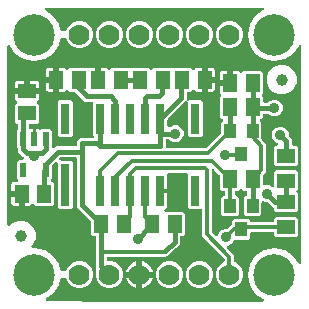
<source format=gbr>
G04 EAGLE Gerber RS-274X export*
G75*
%MOMM*%
%FSLAX34Y34*%
%LPD*%
%INTop Copper*%
%IPPOS*%
%AMOC8*
5,1,8,0,0,1.08239X$1,22.5*%
G01*
%ADD10R,0.800000X2.600000*%
%ADD11R,0.800000X3.600000*%
%ADD12R,0.700000X2.600000*%
%ADD13R,1.240000X1.500000*%
%ADD14R,1.500000X1.200000*%
%ADD15R,0.550000X1.200000*%
%ADD16R,1.500000X1.240000*%
%ADD17C,1.778000*%
%ADD18C,1.000000*%
%ADD19C,3.516000*%
%ADD20R,1.000000X1.200000*%
%ADD21C,0.406400*%
%ADD22C,0.304800*%
%ADD23C,0.906400*%

G36*
X218700Y2554D02*
X218700Y2554D01*
X218804Y2558D01*
X218857Y2574D01*
X218911Y2581D01*
X219008Y2619D01*
X219109Y2649D01*
X219156Y2677D01*
X219207Y2698D01*
X219292Y2759D01*
X219381Y2813D01*
X219420Y2852D01*
X219465Y2884D01*
X219531Y2965D01*
X219604Y3039D01*
X219632Y3087D01*
X219667Y3129D01*
X219712Y3224D01*
X219764Y3314D01*
X219779Y3367D01*
X219803Y3417D01*
X219822Y3520D01*
X219851Y3620D01*
X219852Y3675D01*
X219863Y3729D01*
X219856Y3834D01*
X219859Y3938D01*
X219846Y3992D01*
X219843Y4047D01*
X219811Y4146D01*
X219787Y4248D01*
X219762Y4297D01*
X219745Y4349D01*
X219689Y4438D01*
X219641Y4530D01*
X219604Y4572D01*
X219575Y4618D01*
X219499Y4690D01*
X219429Y4768D01*
X219359Y4821D01*
X219343Y4836D01*
X219330Y4843D01*
X219301Y4865D01*
X212566Y9366D01*
X207650Y16722D01*
X205924Y25400D01*
X207650Y34078D01*
X212566Y41434D01*
X219922Y46350D01*
X228600Y48076D01*
X237278Y46350D01*
X244634Y41434D01*
X249135Y34699D01*
X249203Y34620D01*
X249264Y34535D01*
X249307Y34500D01*
X249343Y34459D01*
X249429Y34399D01*
X249509Y34333D01*
X249559Y34309D01*
X249605Y34278D01*
X249703Y34242D01*
X249797Y34197D01*
X249851Y34187D01*
X249903Y34168D01*
X250007Y34157D01*
X250110Y34137D01*
X250165Y34141D01*
X250219Y34135D01*
X250323Y34151D01*
X250427Y34157D01*
X250479Y34174D01*
X250534Y34182D01*
X250630Y34223D01*
X250729Y34255D01*
X250776Y34285D01*
X250827Y34306D01*
X250910Y34369D01*
X250998Y34425D01*
X251036Y34465D01*
X251080Y34499D01*
X251145Y34581D01*
X251216Y34657D01*
X251243Y34705D01*
X251277Y34748D01*
X251319Y34844D01*
X251370Y34935D01*
X251383Y34989D01*
X251406Y35039D01*
X251423Y35142D01*
X251449Y35243D01*
X251455Y35331D01*
X251458Y35353D01*
X251457Y35368D01*
X251459Y35404D01*
X251459Y218596D01*
X251446Y218700D01*
X251442Y218804D01*
X251426Y218857D01*
X251419Y218911D01*
X251381Y219008D01*
X251351Y219109D01*
X251323Y219156D01*
X251302Y219207D01*
X251241Y219292D01*
X251187Y219381D01*
X251148Y219420D01*
X251116Y219465D01*
X251035Y219531D01*
X250961Y219604D01*
X250913Y219632D01*
X250871Y219667D01*
X250776Y219712D01*
X250686Y219764D01*
X250633Y219779D01*
X250583Y219803D01*
X250480Y219822D01*
X250380Y219851D01*
X250325Y219852D01*
X250271Y219863D01*
X250166Y219856D01*
X250062Y219859D01*
X250008Y219846D01*
X249953Y219843D01*
X249854Y219811D01*
X249752Y219787D01*
X249703Y219762D01*
X249651Y219745D01*
X249562Y219689D01*
X249470Y219641D01*
X249428Y219604D01*
X249382Y219575D01*
X249310Y219499D01*
X249232Y219429D01*
X249179Y219359D01*
X249164Y219343D01*
X249157Y219330D01*
X249135Y219301D01*
X244634Y212566D01*
X237278Y207650D01*
X228600Y205924D01*
X219922Y207650D01*
X212566Y212566D01*
X207650Y219922D01*
X205924Y228600D01*
X207650Y237278D01*
X212566Y244634D01*
X219301Y249135D01*
X219380Y249203D01*
X219465Y249264D01*
X219500Y249307D01*
X219541Y249343D01*
X219601Y249429D01*
X219667Y249509D01*
X219691Y249559D01*
X219722Y249605D01*
X219758Y249703D01*
X219803Y249797D01*
X219813Y249851D01*
X219832Y249903D01*
X219843Y250007D01*
X219863Y250110D01*
X219859Y250165D01*
X219865Y250219D01*
X219849Y250323D01*
X219843Y250427D01*
X219826Y250479D01*
X219818Y250534D01*
X219777Y250630D01*
X219745Y250729D01*
X219715Y250776D01*
X219694Y250827D01*
X219631Y250910D01*
X219575Y250998D01*
X219535Y251036D01*
X219501Y251080D01*
X219419Y251145D01*
X219343Y251216D01*
X219295Y251243D01*
X219252Y251277D01*
X219156Y251319D01*
X219065Y251370D01*
X219011Y251383D01*
X218961Y251406D01*
X218858Y251423D01*
X218757Y251449D01*
X218669Y251455D01*
X218647Y251458D01*
X218632Y251457D01*
X218596Y251459D01*
X35404Y251459D01*
X35300Y251446D01*
X35196Y251442D01*
X35143Y251426D01*
X35089Y251419D01*
X34992Y251381D01*
X34891Y251351D01*
X34844Y251323D01*
X34793Y251302D01*
X34708Y251241D01*
X34619Y251187D01*
X34580Y251148D01*
X34535Y251116D01*
X34469Y251035D01*
X34396Y250961D01*
X34368Y250913D01*
X34333Y250871D01*
X34288Y250776D01*
X34236Y250686D01*
X34221Y250633D01*
X34197Y250583D01*
X34178Y250480D01*
X34149Y250380D01*
X34148Y250325D01*
X34137Y250271D01*
X34144Y250166D01*
X34141Y250062D01*
X34154Y250008D01*
X34157Y249953D01*
X34189Y249854D01*
X34213Y249752D01*
X34238Y249703D01*
X34255Y249651D01*
X34311Y249562D01*
X34359Y249470D01*
X34396Y249428D01*
X34425Y249382D01*
X34501Y249310D01*
X34571Y249232D01*
X34641Y249179D01*
X34657Y249164D01*
X34670Y249157D01*
X34699Y249135D01*
X41434Y244634D01*
X46350Y237278D01*
X47238Y232812D01*
X47287Y232666D01*
X47334Y232521D01*
X47337Y232516D01*
X47339Y232511D01*
X47422Y232382D01*
X47504Y232252D01*
X47508Y232248D01*
X47511Y232243D01*
X47624Y232139D01*
X47736Y232034D01*
X47741Y232031D01*
X47745Y232028D01*
X47880Y231954D01*
X48014Y231880D01*
X48019Y231879D01*
X48024Y231876D01*
X48175Y231839D01*
X48322Y231801D01*
X48329Y231800D01*
X48333Y231800D01*
X48342Y231800D01*
X48483Y231791D01*
X51601Y231791D01*
X51630Y231794D01*
X51660Y231792D01*
X51788Y231814D01*
X51917Y231831D01*
X51944Y231841D01*
X51973Y231846D01*
X52092Y231900D01*
X52212Y231948D01*
X52236Y231965D01*
X52263Y231977D01*
X52364Y232058D01*
X52470Y232134D01*
X52488Y232157D01*
X52511Y232176D01*
X52589Y232279D01*
X52672Y232379D01*
X52685Y232406D01*
X52703Y232430D01*
X52774Y232574D01*
X53809Y235075D01*
X57025Y238291D01*
X61226Y240031D01*
X65774Y240031D01*
X69975Y238291D01*
X73191Y235075D01*
X74931Y230874D01*
X74931Y226326D01*
X73191Y222125D01*
X69975Y218909D01*
X65774Y217169D01*
X61226Y217169D01*
X57025Y218909D01*
X53809Y222125D01*
X52774Y224626D01*
X52759Y224651D01*
X52750Y224679D01*
X52680Y224789D01*
X52616Y224902D01*
X52596Y224923D01*
X52580Y224948D01*
X52485Y225037D01*
X52395Y225130D01*
X52370Y225146D01*
X52348Y225166D01*
X52234Y225229D01*
X52124Y225297D01*
X52095Y225305D01*
X52070Y225320D01*
X51944Y225352D01*
X51820Y225390D01*
X51790Y225392D01*
X51762Y225399D01*
X51601Y225409D01*
X48483Y225409D01*
X48331Y225390D01*
X48178Y225372D01*
X48173Y225370D01*
X48167Y225369D01*
X48024Y225313D01*
X47881Y225258D01*
X47877Y225254D01*
X47872Y225252D01*
X47748Y225162D01*
X47622Y225073D01*
X47619Y225069D01*
X47614Y225066D01*
X47516Y224947D01*
X47417Y224830D01*
X47415Y224825D01*
X47411Y224821D01*
X47346Y224683D01*
X47279Y224543D01*
X47277Y224536D01*
X47276Y224533D01*
X47274Y224524D01*
X47238Y224388D01*
X46350Y219922D01*
X41434Y212566D01*
X34078Y207650D01*
X25400Y205924D01*
X16722Y207650D01*
X9366Y212566D01*
X4865Y219301D01*
X4797Y219380D01*
X4736Y219465D01*
X4693Y219500D01*
X4657Y219541D01*
X4571Y219601D01*
X4491Y219667D01*
X4441Y219691D01*
X4395Y219722D01*
X4297Y219758D01*
X4203Y219803D01*
X4149Y219813D01*
X4097Y219832D01*
X3993Y219843D01*
X3890Y219863D01*
X3835Y219859D01*
X3781Y219865D01*
X3677Y219849D01*
X3573Y219843D01*
X3521Y219826D01*
X3466Y219818D01*
X3370Y219777D01*
X3271Y219745D01*
X3224Y219715D01*
X3173Y219694D01*
X3090Y219631D01*
X3002Y219575D01*
X2964Y219535D01*
X2920Y219501D01*
X2855Y219419D01*
X2784Y219343D01*
X2757Y219295D01*
X2723Y219252D01*
X2681Y219156D01*
X2630Y219065D01*
X2617Y219011D01*
X2594Y218961D01*
X2577Y218858D01*
X2551Y218757D01*
X2545Y218669D01*
X2542Y218647D01*
X2543Y218632D01*
X2541Y218596D01*
X2541Y67790D01*
X2558Y67653D01*
X2571Y67514D01*
X2578Y67495D01*
X2581Y67475D01*
X2632Y67346D01*
X2679Y67215D01*
X2690Y67198D01*
X2698Y67179D01*
X2779Y67067D01*
X2857Y66951D01*
X2873Y66938D01*
X2884Y66922D01*
X2992Y66833D01*
X3096Y66741D01*
X3114Y66732D01*
X3129Y66719D01*
X3255Y66660D01*
X3379Y66596D01*
X3399Y66592D01*
X3417Y66583D01*
X3553Y66557D01*
X3689Y66527D01*
X3710Y66527D01*
X3729Y66524D01*
X3868Y66532D01*
X4007Y66536D01*
X4027Y66542D01*
X4047Y66543D01*
X4179Y66586D01*
X4313Y66625D01*
X4330Y66635D01*
X4349Y66641D01*
X4467Y66716D01*
X4587Y66786D01*
X4608Y66805D01*
X4618Y66811D01*
X4632Y66826D01*
X4707Y66893D01*
X6866Y69052D01*
X11475Y70961D01*
X16465Y70961D01*
X21074Y69052D01*
X24602Y65524D01*
X26511Y60915D01*
X26511Y55925D01*
X24602Y51316D01*
X23317Y50032D01*
X23253Y49949D01*
X23182Y49872D01*
X23156Y49824D01*
X23122Y49780D01*
X23080Y49685D01*
X23031Y49593D01*
X23018Y49539D01*
X22996Y49489D01*
X22979Y49385D01*
X22954Y49284D01*
X22954Y49229D01*
X22946Y49174D01*
X22956Y49070D01*
X22956Y48966D01*
X22970Y48913D01*
X22976Y48858D01*
X23011Y48759D01*
X23038Y48659D01*
X23064Y48610D01*
X23083Y48559D01*
X23142Y48472D01*
X23193Y48381D01*
X23231Y48341D01*
X23262Y48295D01*
X23340Y48226D01*
X23412Y48151D01*
X23459Y48121D01*
X23500Y48085D01*
X23593Y48037D01*
X23682Y47982D01*
X23734Y47965D01*
X23783Y47940D01*
X23885Y47917D01*
X23985Y47886D01*
X24040Y47883D01*
X24094Y47871D01*
X24198Y47874D01*
X24302Y47868D01*
X24390Y47880D01*
X24412Y47880D01*
X24426Y47884D01*
X24462Y47889D01*
X25400Y48076D01*
X34078Y46350D01*
X41434Y41434D01*
X46350Y34078D01*
X47238Y29612D01*
X47287Y29466D01*
X47334Y29321D01*
X47337Y29316D01*
X47339Y29311D01*
X47422Y29182D01*
X47504Y29052D01*
X47508Y29048D01*
X47511Y29043D01*
X47624Y28939D01*
X47736Y28834D01*
X47741Y28831D01*
X47745Y28828D01*
X47880Y28754D01*
X48014Y28680D01*
X48019Y28679D01*
X48024Y28676D01*
X48175Y28639D01*
X48322Y28601D01*
X48329Y28600D01*
X48333Y28600D01*
X48342Y28600D01*
X48483Y28591D01*
X51601Y28591D01*
X51630Y28594D01*
X51660Y28592D01*
X51788Y28614D01*
X51917Y28631D01*
X51944Y28641D01*
X51973Y28646D01*
X52092Y28700D01*
X52212Y28748D01*
X52236Y28765D01*
X52263Y28777D01*
X52364Y28858D01*
X52470Y28934D01*
X52488Y28957D01*
X52512Y28976D01*
X52590Y29079D01*
X52672Y29179D01*
X52685Y29206D01*
X52703Y29230D01*
X52774Y29374D01*
X53809Y31875D01*
X57025Y35091D01*
X61226Y36831D01*
X65774Y36831D01*
X69975Y35091D01*
X73191Y31875D01*
X74931Y27674D01*
X74931Y23126D01*
X73191Y18925D01*
X69975Y15709D01*
X65774Y13969D01*
X61226Y13969D01*
X57025Y15709D01*
X53809Y18925D01*
X52774Y21426D01*
X52759Y21451D01*
X52750Y21479D01*
X52680Y21589D01*
X52616Y21702D01*
X52596Y21723D01*
X52580Y21748D01*
X52485Y21837D01*
X52395Y21930D01*
X52370Y21946D01*
X52348Y21966D01*
X52234Y22029D01*
X52124Y22097D01*
X52096Y22105D01*
X52070Y22120D01*
X51944Y22152D01*
X51820Y22190D01*
X51790Y22192D01*
X51762Y22199D01*
X51601Y22209D01*
X48483Y22209D01*
X48331Y22190D01*
X48178Y22172D01*
X48173Y22170D01*
X48167Y22169D01*
X48024Y22113D01*
X47881Y22058D01*
X47877Y22054D01*
X47872Y22052D01*
X47748Y21962D01*
X47622Y21873D01*
X47619Y21869D01*
X47614Y21866D01*
X47516Y21747D01*
X47417Y21630D01*
X47415Y21625D01*
X47411Y21621D01*
X47346Y21483D01*
X47279Y21343D01*
X47277Y21336D01*
X47276Y21333D01*
X47274Y21324D01*
X47238Y21188D01*
X46350Y16722D01*
X41434Y9366D01*
X35672Y5515D01*
X35593Y5447D01*
X35508Y5386D01*
X35473Y5343D01*
X35431Y5307D01*
X35372Y5221D01*
X35305Y5141D01*
X35282Y5091D01*
X35251Y5045D01*
X35214Y4947D01*
X35170Y4853D01*
X35160Y4799D01*
X35140Y4747D01*
X35130Y4643D01*
X35110Y4540D01*
X35114Y4485D01*
X35108Y4431D01*
X35123Y4327D01*
X35130Y4223D01*
X35147Y4171D01*
X35155Y4116D01*
X35196Y4020D01*
X35228Y3921D01*
X35257Y3874D01*
X35279Y3823D01*
X35342Y3740D01*
X35398Y3652D01*
X35438Y3614D01*
X35472Y3570D01*
X35554Y3505D01*
X35630Y3434D01*
X35678Y3407D01*
X35721Y3373D01*
X35817Y3331D01*
X35908Y3280D01*
X35962Y3267D01*
X36012Y3244D01*
X36115Y3227D01*
X36216Y3201D01*
X36304Y3195D01*
X36326Y3192D01*
X36341Y3193D01*
X36377Y3191D01*
X64822Y3191D01*
X65100Y2913D01*
X65178Y2852D01*
X65250Y2784D01*
X65303Y2755D01*
X65351Y2718D01*
X65442Y2678D01*
X65529Y2630D01*
X65587Y2615D01*
X65643Y2591D01*
X65741Y2576D01*
X65837Y2551D01*
X65937Y2545D01*
X65957Y2541D01*
X65969Y2543D01*
X65997Y2541D01*
X218596Y2541D01*
X218700Y2554D01*
G37*
%LPC*%
G36*
X86626Y13969D02*
X86626Y13969D01*
X82425Y15709D01*
X79209Y18925D01*
X77469Y23126D01*
X77469Y27674D01*
X77933Y28792D01*
X77940Y28821D01*
X77954Y28847D01*
X77982Y28974D01*
X78017Y29099D01*
X78017Y29129D01*
X78024Y29158D01*
X78020Y29287D01*
X78022Y29417D01*
X78015Y29446D01*
X78014Y29475D01*
X77978Y29600D01*
X77948Y29726D01*
X77934Y29753D01*
X77925Y29781D01*
X77859Y29893D01*
X77799Y30008D01*
X77779Y30029D01*
X77764Y30055D01*
X77658Y30176D01*
X77367Y30466D01*
X77367Y57270D01*
X77352Y57388D01*
X77345Y57507D01*
X77332Y57545D01*
X77327Y57586D01*
X77284Y57696D01*
X77247Y57809D01*
X77225Y57844D01*
X77210Y57881D01*
X77141Y57977D01*
X77077Y58078D01*
X77047Y58106D01*
X77024Y58139D01*
X76932Y58215D01*
X76845Y58296D01*
X76810Y58316D01*
X76779Y58341D01*
X76671Y58392D01*
X76567Y58450D01*
X76527Y58460D01*
X76491Y58477D01*
X76374Y58499D01*
X76259Y58529D01*
X76199Y58533D01*
X76179Y58537D01*
X76158Y58535D01*
X76098Y58539D01*
X74688Y58539D01*
X73199Y60028D01*
X73199Y70328D01*
X73187Y70426D01*
X73184Y70525D01*
X73167Y70584D01*
X73159Y70644D01*
X73123Y70736D01*
X73095Y70831D01*
X73065Y70883D01*
X73042Y70939D01*
X72984Y71019D01*
X72934Y71105D01*
X72868Y71180D01*
X72856Y71197D01*
X72846Y71205D01*
X72828Y71226D01*
X61467Y82586D01*
X61467Y123698D01*
X61452Y123816D01*
X61445Y123935D01*
X61432Y123973D01*
X61427Y124014D01*
X61384Y124124D01*
X61347Y124237D01*
X61325Y124272D01*
X61310Y124309D01*
X61241Y124405D01*
X61177Y124506D01*
X61147Y124534D01*
X61124Y124567D01*
X61032Y124643D01*
X60945Y124724D01*
X60910Y124744D01*
X60879Y124769D01*
X60771Y124820D01*
X60667Y124878D01*
X60627Y124888D01*
X60591Y124905D01*
X60474Y124927D01*
X60359Y124957D01*
X60299Y124961D01*
X60279Y124965D01*
X60258Y124963D01*
X60198Y124967D01*
X48140Y124967D01*
X48042Y124955D01*
X47943Y124952D01*
X47884Y124935D01*
X47824Y124927D01*
X47732Y124891D01*
X47637Y124863D01*
X47585Y124833D01*
X47529Y124810D01*
X47449Y124752D01*
X47363Y124702D01*
X47288Y124636D01*
X47271Y124624D01*
X47263Y124614D01*
X47242Y124596D01*
X46854Y124208D01*
X46769Y124098D01*
X46680Y123991D01*
X46672Y123972D01*
X46659Y123956D01*
X46604Y123829D01*
X46545Y123703D01*
X46541Y123683D01*
X46533Y123664D01*
X46511Y123527D01*
X46485Y123390D01*
X46486Y123370D01*
X46483Y123350D01*
X46496Y123212D01*
X46505Y123073D01*
X46511Y123054D01*
X46513Y123034D01*
X46560Y122902D01*
X46603Y122771D01*
X46614Y122754D01*
X46621Y122734D01*
X46699Y122619D01*
X46773Y122502D01*
X46788Y122488D01*
X46799Y122471D01*
X46903Y122379D01*
X47005Y122284D01*
X47022Y122274D01*
X47038Y122261D01*
X47162Y122197D01*
X47283Y122130D01*
X47303Y122125D01*
X47321Y122116D01*
X47457Y122086D01*
X47591Y122051D01*
X47619Y122049D01*
X47631Y122046D01*
X47652Y122047D01*
X47752Y122041D01*
X56732Y122041D01*
X58221Y120552D01*
X58221Y82448D01*
X56732Y80959D01*
X46628Y80959D01*
X45139Y82448D01*
X45139Y119428D01*
X45122Y119566D01*
X45109Y119705D01*
X45102Y119724D01*
X45099Y119744D01*
X45048Y119873D01*
X45001Y120004D01*
X44990Y120021D01*
X44982Y120039D01*
X44901Y120152D01*
X44823Y120267D01*
X44807Y120280D01*
X44796Y120297D01*
X44688Y120386D01*
X44584Y120477D01*
X44566Y120487D01*
X44551Y120500D01*
X44425Y120559D01*
X44301Y120622D01*
X44281Y120627D01*
X44263Y120635D01*
X44127Y120661D01*
X43991Y120692D01*
X43970Y120691D01*
X43951Y120695D01*
X43812Y120686D01*
X43673Y120682D01*
X43653Y120676D01*
X43633Y120675D01*
X43501Y120632D01*
X43367Y120594D01*
X43350Y120583D01*
X43331Y120577D01*
X43213Y120503D01*
X43093Y120432D01*
X43072Y120414D01*
X43062Y120407D01*
X43048Y120392D01*
X42973Y120326D01*
X40562Y117916D01*
X40502Y117837D01*
X40434Y117765D01*
X40405Y117712D01*
X40368Y117664D01*
X40328Y117573D01*
X40280Y117487D01*
X40265Y117428D01*
X40241Y117373D01*
X40226Y117275D01*
X40201Y117179D01*
X40195Y117079D01*
X40191Y117058D01*
X40193Y117046D01*
X40191Y117018D01*
X40191Y106947D01*
X39432Y106187D01*
X39347Y106078D01*
X39258Y105971D01*
X39249Y105952D01*
X39237Y105936D01*
X39181Y105809D01*
X39122Y105683D01*
X39118Y105663D01*
X39110Y105644D01*
X39088Y105506D01*
X39062Y105370D01*
X39064Y105350D01*
X39060Y105330D01*
X39074Y105191D01*
X39082Y105053D01*
X39088Y105034D01*
X39090Y105014D01*
X39137Y104882D01*
X39180Y104751D01*
X39191Y104733D01*
X39198Y104714D01*
X39276Y104599D01*
X39350Y104482D01*
X39365Y104468D01*
X39376Y104451D01*
X39481Y104359D01*
X39582Y104264D01*
X39600Y104254D01*
X39615Y104241D01*
X39739Y104178D01*
X39860Y104110D01*
X39880Y104105D01*
X39898Y104096D01*
X40034Y104066D01*
X40168Y104031D01*
X40196Y104029D01*
X40208Y104026D01*
X40229Y104027D01*
X40329Y104021D01*
X40882Y104021D01*
X42371Y102532D01*
X42371Y85428D01*
X40882Y83939D01*
X26378Y83939D01*
X24960Y85357D01*
X24861Y85434D01*
X24766Y85516D01*
X24736Y85531D01*
X24709Y85552D01*
X24593Y85602D01*
X24481Y85658D01*
X24448Y85665D01*
X24417Y85678D01*
X24293Y85698D01*
X24170Y85724D01*
X24136Y85723D01*
X24103Y85728D01*
X23978Y85716D01*
X23852Y85711D01*
X23820Y85701D01*
X23786Y85698D01*
X23668Y85655D01*
X23548Y85619D01*
X23519Y85602D01*
X23487Y85590D01*
X23383Y85520D01*
X23275Y85455D01*
X23252Y85431D01*
X23224Y85412D01*
X23141Y85318D01*
X23053Y85228D01*
X23026Y85187D01*
X23013Y85173D01*
X23004Y85154D01*
X22963Y85094D01*
X22863Y84920D01*
X22390Y84447D01*
X21811Y84112D01*
X21164Y83939D01*
X17169Y83939D01*
X17169Y92710D01*
X17154Y92828D01*
X17147Y92947D01*
X17134Y92985D01*
X17129Y93025D01*
X17085Y93136D01*
X17049Y93249D01*
X17027Y93284D01*
X17012Y93321D01*
X16942Y93417D01*
X16879Y93518D01*
X16849Y93546D01*
X16825Y93578D01*
X16734Y93654D01*
X16647Y93736D01*
X16612Y93755D01*
X16580Y93781D01*
X16473Y93832D01*
X16369Y93889D01*
X16329Y93900D01*
X16293Y93917D01*
X16176Y93939D01*
X16061Y93969D01*
X16000Y93973D01*
X15980Y93977D01*
X15960Y93975D01*
X15900Y93979D01*
X14629Y93979D01*
X14629Y95250D01*
X14614Y95368D01*
X14607Y95487D01*
X14594Y95525D01*
X14589Y95565D01*
X14545Y95676D01*
X14509Y95789D01*
X14487Y95824D01*
X14472Y95861D01*
X14402Y95957D01*
X14339Y96058D01*
X14309Y96086D01*
X14285Y96118D01*
X14194Y96194D01*
X14107Y96276D01*
X14072Y96295D01*
X14040Y96321D01*
X13933Y96372D01*
X13829Y96429D01*
X13789Y96440D01*
X13753Y96457D01*
X13636Y96479D01*
X13521Y96509D01*
X13460Y96513D01*
X13440Y96517D01*
X13420Y96515D01*
X13360Y96519D01*
X5889Y96519D01*
X5889Y101814D01*
X6062Y102461D01*
X6397Y103040D01*
X6870Y103513D01*
X7449Y103848D01*
X8096Y104021D01*
X10471Y104021D01*
X10609Y104038D01*
X10747Y104051D01*
X10766Y104058D01*
X10786Y104061D01*
X10916Y104112D01*
X11047Y104159D01*
X11063Y104170D01*
X11082Y104178D01*
X11194Y104259D01*
X11310Y104337D01*
X11323Y104353D01*
X11339Y104364D01*
X11428Y104472D01*
X11520Y104576D01*
X11529Y104594D01*
X11542Y104609D01*
X11602Y104735D01*
X11665Y104859D01*
X11669Y104879D01*
X11678Y104897D01*
X11704Y105034D01*
X11734Y105169D01*
X11734Y105190D01*
X11738Y105209D01*
X11729Y105348D01*
X11725Y105487D01*
X11719Y105507D01*
X11718Y105527D01*
X11675Y105659D01*
X11636Y105793D01*
X11626Y105810D01*
X11620Y105829D01*
X11546Y105947D01*
X11475Y106067D01*
X11456Y106088D01*
X11450Y106098D01*
X11435Y106112D01*
X11368Y106187D01*
X10609Y106947D01*
X10609Y121051D01*
X12098Y122540D01*
X15249Y122540D01*
X15387Y122557D01*
X15526Y122570D01*
X15545Y122577D01*
X15565Y122580D01*
X15694Y122631D01*
X15825Y122678D01*
X15842Y122689D01*
X15860Y122697D01*
X15973Y122778D01*
X16088Y122856D01*
X16101Y122872D01*
X16118Y122883D01*
X16207Y122991D01*
X16298Y123095D01*
X16308Y123113D01*
X16321Y123128D01*
X16380Y123254D01*
X16443Y123378D01*
X16448Y123398D01*
X16456Y123416D01*
X16482Y123552D01*
X16513Y123688D01*
X16512Y123709D01*
X16516Y123728D01*
X16507Y123867D01*
X16503Y124006D01*
X16497Y124026D01*
X16496Y124046D01*
X16453Y124178D01*
X16415Y124312D01*
X16404Y124329D01*
X16398Y124348D01*
X16324Y124466D01*
X16253Y124586D01*
X16235Y124607D01*
X16228Y124617D01*
X16213Y124631D01*
X16147Y124706D01*
X14106Y126748D01*
X11327Y129526D01*
X11327Y131705D01*
X11315Y131803D01*
X11312Y131902D01*
X11295Y131960D01*
X11287Y132020D01*
X11251Y132112D01*
X11223Y132208D01*
X11193Y132260D01*
X11170Y132316D01*
X11112Y132396D01*
X11062Y132481D01*
X10996Y132557D01*
X10984Y132573D01*
X10974Y132581D01*
X10956Y132602D01*
X10609Y132949D01*
X10609Y147053D01*
X10956Y147400D01*
X11016Y147478D01*
X11084Y147550D01*
X11113Y147603D01*
X11150Y147651D01*
X11190Y147742D01*
X11238Y147829D01*
X11253Y147887D01*
X11277Y147943D01*
X11292Y148041D01*
X11317Y148136D01*
X11323Y148237D01*
X11327Y148257D01*
X11325Y148269D01*
X11327Y148297D01*
X11327Y151940D01*
X11312Y152058D01*
X11305Y152177D01*
X11292Y152215D01*
X11287Y152256D01*
X11244Y152366D01*
X11207Y152479D01*
X11185Y152514D01*
X11170Y152551D01*
X11101Y152647D01*
X11037Y152748D01*
X11007Y152776D01*
X10984Y152809D01*
X10892Y152885D01*
X10805Y152966D01*
X10770Y152986D01*
X10739Y153011D01*
X10657Y153050D01*
X9009Y154698D01*
X9009Y169202D01*
X10427Y170620D01*
X10504Y170719D01*
X10586Y170814D01*
X10601Y170844D01*
X10622Y170871D01*
X10672Y170987D01*
X10728Y171099D01*
X10735Y171132D01*
X10748Y171163D01*
X10768Y171287D01*
X10794Y171410D01*
X10793Y171444D01*
X10798Y171477D01*
X10786Y171602D01*
X10781Y171728D01*
X10771Y171760D01*
X10768Y171794D01*
X10725Y171912D01*
X10689Y172032D01*
X10672Y172061D01*
X10660Y172093D01*
X10590Y172197D01*
X10525Y172305D01*
X10501Y172328D01*
X10482Y172356D01*
X10388Y172439D01*
X10298Y172527D01*
X10257Y172554D01*
X10243Y172567D01*
X10224Y172576D01*
X10164Y172617D01*
X9990Y172717D01*
X9517Y173190D01*
X9182Y173769D01*
X9009Y174416D01*
X9009Y178411D01*
X17780Y178411D01*
X17898Y178426D01*
X18017Y178433D01*
X18055Y178446D01*
X18095Y178451D01*
X18206Y178494D01*
X18319Y178531D01*
X18354Y178553D01*
X18391Y178568D01*
X18487Y178638D01*
X18588Y178701D01*
X18616Y178731D01*
X18648Y178755D01*
X18724Y178846D01*
X18806Y178933D01*
X18825Y178968D01*
X18851Y178999D01*
X18902Y179107D01*
X18959Y179211D01*
X18970Y179251D01*
X18987Y179287D01*
X19009Y179404D01*
X19039Y179519D01*
X19043Y179580D01*
X19047Y179600D01*
X19045Y179620D01*
X19049Y179680D01*
X19049Y180951D01*
X19051Y180951D01*
X19051Y179680D01*
X19066Y179562D01*
X19073Y179443D01*
X19086Y179405D01*
X19091Y179365D01*
X19135Y179254D01*
X19171Y179141D01*
X19193Y179106D01*
X19208Y179069D01*
X19278Y178973D01*
X19341Y178872D01*
X19371Y178844D01*
X19395Y178811D01*
X19486Y178736D01*
X19573Y178654D01*
X19608Y178634D01*
X19640Y178609D01*
X19747Y178558D01*
X19851Y178500D01*
X19891Y178490D01*
X19927Y178473D01*
X20044Y178451D01*
X20159Y178421D01*
X20220Y178417D01*
X20240Y178413D01*
X20260Y178415D01*
X20320Y178411D01*
X29091Y178411D01*
X29091Y174416D01*
X28918Y173769D01*
X28583Y173190D01*
X28110Y172717D01*
X27936Y172617D01*
X27836Y172540D01*
X27732Y172470D01*
X27710Y172445D01*
X27683Y172424D01*
X27605Y172326D01*
X27522Y172232D01*
X27506Y172202D01*
X27485Y172175D01*
X27434Y172060D01*
X27377Y171948D01*
X27370Y171915D01*
X27356Y171885D01*
X27335Y171760D01*
X27307Y171638D01*
X27308Y171604D01*
X27303Y171571D01*
X27313Y171446D01*
X27317Y171320D01*
X27326Y171288D01*
X27329Y171254D01*
X27370Y171135D01*
X27405Y171015D01*
X27422Y170986D01*
X27434Y170954D01*
X27503Y170849D01*
X27567Y170741D01*
X27599Y170704D01*
X27609Y170689D01*
X27625Y170674D01*
X27673Y170620D01*
X29091Y169202D01*
X29091Y154698D01*
X27602Y153209D01*
X21742Y153209D01*
X21624Y153194D01*
X21505Y153187D01*
X21467Y153174D01*
X21426Y153169D01*
X21316Y153126D01*
X21203Y153089D01*
X21168Y153067D01*
X21131Y153052D01*
X21035Y152983D01*
X20934Y152919D01*
X20906Y152889D01*
X20873Y152866D01*
X20797Y152774D01*
X20716Y152687D01*
X20696Y152652D01*
X20671Y152621D01*
X20620Y152513D01*
X20562Y152409D01*
X20552Y152369D01*
X20535Y152333D01*
X20513Y152216D01*
X20483Y152101D01*
X20479Y152041D01*
X20475Y152021D01*
X20477Y152000D01*
X20473Y151940D01*
X20473Y149702D01*
X20488Y149577D01*
X20498Y149452D01*
X20508Y149420D01*
X20513Y149387D01*
X20559Y149270D01*
X20599Y149150D01*
X20617Y149122D01*
X20630Y149091D01*
X20703Y148989D01*
X20772Y148884D01*
X20797Y148861D01*
X20816Y148834D01*
X20913Y148753D01*
X21006Y148668D01*
X21035Y148652D01*
X21061Y148631D01*
X21175Y148577D01*
X21286Y148518D01*
X21319Y148510D01*
X21349Y148495D01*
X21473Y148472D01*
X21595Y148441D01*
X21628Y148442D01*
X21661Y148435D01*
X21787Y148443D01*
X21913Y148444D01*
X21961Y148454D01*
X21979Y148455D01*
X21999Y148462D01*
X22071Y148476D01*
X22316Y148542D01*
X24026Y148542D01*
X24026Y140106D01*
X24041Y139988D01*
X24048Y139869D01*
X24060Y139831D01*
X24066Y139791D01*
X24109Y139680D01*
X24146Y139567D01*
X24168Y139533D01*
X24183Y139495D01*
X24252Y139399D01*
X24316Y139298D01*
X24346Y139270D01*
X24369Y139238D01*
X24461Y139162D01*
X24548Y139080D01*
X24583Y139061D01*
X24614Y139035D01*
X24722Y138984D01*
X24826Y138927D01*
X24866Y138917D01*
X24902Y138899D01*
X25019Y138877D01*
X25134Y138847D01*
X25194Y138843D01*
X25214Y138840D01*
X25235Y138841D01*
X25295Y138837D01*
X25505Y138837D01*
X25623Y138852D01*
X25742Y138859D01*
X25780Y138872D01*
X25821Y138877D01*
X25931Y138921D01*
X26044Y138957D01*
X26079Y138979D01*
X26116Y138994D01*
X26212Y139064D01*
X26313Y139127D01*
X26341Y139157D01*
X26374Y139181D01*
X26450Y139272D01*
X26531Y139359D01*
X26551Y139394D01*
X26576Y139426D01*
X26627Y139533D01*
X26685Y139638D01*
X26695Y139677D01*
X26712Y139713D01*
X26734Y139830D01*
X26764Y139946D01*
X26768Y140006D01*
X26772Y140026D01*
X26770Y140046D01*
X26774Y140106D01*
X26774Y148542D01*
X28484Y148542D01*
X29131Y148369D01*
X29424Y148199D01*
X29528Y148155D01*
X29628Y148104D01*
X29674Y148094D01*
X29718Y148076D01*
X29829Y148059D01*
X29938Y148035D01*
X29985Y148036D01*
X30032Y148029D01*
X30144Y148041D01*
X30256Y148044D01*
X30302Y148057D01*
X30348Y148062D01*
X30454Y148102D01*
X30562Y148133D01*
X30602Y148157D01*
X30647Y148173D01*
X30739Y148237D01*
X30836Y148294D01*
X30890Y148342D01*
X30908Y148354D01*
X30920Y148368D01*
X30957Y148401D01*
X31098Y148542D01*
X38702Y148542D01*
X40191Y147053D01*
X40191Y133542D01*
X40208Y133404D01*
X40221Y133265D01*
X40228Y133246D01*
X40231Y133226D01*
X40282Y133097D01*
X40329Y132966D01*
X40340Y132949D01*
X40348Y132931D01*
X40429Y132818D01*
X40507Y132703D01*
X40523Y132690D01*
X40534Y132673D01*
X40642Y132584D01*
X40746Y132493D01*
X40764Y132483D01*
X40779Y132470D01*
X40905Y132411D01*
X41029Y132348D01*
X41049Y132343D01*
X41067Y132335D01*
X41204Y132309D01*
X41339Y132278D01*
X41360Y132279D01*
X41379Y132275D01*
X41518Y132284D01*
X41657Y132288D01*
X41677Y132294D01*
X41697Y132295D01*
X41829Y132338D01*
X41963Y132376D01*
X41980Y132387D01*
X41999Y132393D01*
X42117Y132467D01*
X42237Y132538D01*
X42258Y132556D01*
X42268Y132563D01*
X42282Y132578D01*
X42357Y132644D01*
X43826Y134113D01*
X60198Y134113D01*
X60316Y134128D01*
X60435Y134135D01*
X60473Y134148D01*
X60514Y134153D01*
X60624Y134196D01*
X60737Y134233D01*
X60772Y134255D01*
X60809Y134270D01*
X60905Y134339D01*
X61006Y134403D01*
X61034Y134433D01*
X61067Y134456D01*
X61143Y134548D01*
X61224Y134635D01*
X61244Y134670D01*
X61269Y134701D01*
X61320Y134809D01*
X61378Y134913D01*
X61388Y134953D01*
X61405Y134989D01*
X61427Y135106D01*
X61457Y135221D01*
X61461Y135281D01*
X61465Y135301D01*
X61463Y135322D01*
X61467Y135382D01*
X61467Y138394D01*
X64146Y141073D01*
X74550Y141073D01*
X74688Y141090D01*
X74826Y141103D01*
X74845Y141110D01*
X74865Y141113D01*
X74995Y141164D01*
X75126Y141211D01*
X75142Y141222D01*
X75161Y141230D01*
X75274Y141311D01*
X75389Y141389D01*
X75402Y141405D01*
X75418Y141416D01*
X75507Y141524D01*
X75599Y141628D01*
X75608Y141646D01*
X75621Y141661D01*
X75680Y141787D01*
X75744Y141911D01*
X75748Y141931D01*
X75757Y141949D01*
X75783Y142085D01*
X75813Y142221D01*
X75813Y142242D01*
X75817Y142261D01*
X75808Y142400D01*
X75804Y142539D01*
X75798Y142559D01*
X75797Y142579D01*
X75754Y142711D01*
X75715Y142845D01*
X75705Y142862D01*
X75699Y142881D01*
X75624Y142999D01*
X75554Y143119D01*
X75535Y143140D01*
X75529Y143150D01*
X75514Y143164D01*
X75447Y143240D01*
X75239Y143448D01*
X75239Y170688D01*
X75224Y170806D01*
X75217Y170925D01*
X75204Y170963D01*
X75199Y171004D01*
X75156Y171114D01*
X75119Y171227D01*
X75097Y171262D01*
X75082Y171299D01*
X75013Y171395D01*
X74949Y171496D01*
X74919Y171524D01*
X74896Y171557D01*
X74804Y171633D01*
X74717Y171714D01*
X74682Y171734D01*
X74651Y171759D01*
X74543Y171810D01*
X74439Y171868D01*
X74399Y171878D01*
X74363Y171895D01*
X74246Y171917D01*
X74131Y171947D01*
X74071Y171951D01*
X74051Y171955D01*
X74030Y171953D01*
X73970Y171957D01*
X67956Y171957D01*
X59826Y180088D01*
X59747Y180148D01*
X59675Y180216D01*
X59622Y180245D01*
X59574Y180282D01*
X59483Y180322D01*
X59397Y180370D01*
X59338Y180385D01*
X59283Y180409D01*
X59185Y180424D01*
X59089Y180449D01*
X58989Y180455D01*
X58968Y180459D01*
X58956Y180457D01*
X58928Y180459D01*
X55588Y180459D01*
X54170Y181877D01*
X54071Y181954D01*
X53976Y182036D01*
X53946Y182051D01*
X53919Y182072D01*
X53803Y182122D01*
X53691Y182178D01*
X53658Y182185D01*
X53627Y182198D01*
X53503Y182218D01*
X53380Y182244D01*
X53346Y182243D01*
X53313Y182248D01*
X53188Y182236D01*
X53062Y182231D01*
X53030Y182221D01*
X52996Y182218D01*
X52878Y182175D01*
X52758Y182139D01*
X52729Y182122D01*
X52697Y182110D01*
X52593Y182040D01*
X52485Y181975D01*
X52462Y181951D01*
X52434Y181932D01*
X52351Y181838D01*
X52263Y181748D01*
X52236Y181707D01*
X52223Y181693D01*
X52214Y181674D01*
X52173Y181614D01*
X52073Y181440D01*
X51600Y180967D01*
X51021Y180632D01*
X50374Y180459D01*
X46379Y180459D01*
X46379Y189230D01*
X46364Y189348D01*
X46357Y189467D01*
X46344Y189505D01*
X46339Y189545D01*
X46295Y189656D01*
X46259Y189769D01*
X46237Y189804D01*
X46222Y189841D01*
X46152Y189937D01*
X46089Y190038D01*
X46059Y190066D01*
X46035Y190098D01*
X45944Y190174D01*
X45857Y190256D01*
X45822Y190275D01*
X45790Y190301D01*
X45683Y190352D01*
X45579Y190409D01*
X45539Y190420D01*
X45503Y190437D01*
X45386Y190459D01*
X45271Y190489D01*
X45210Y190493D01*
X45190Y190497D01*
X45170Y190495D01*
X45110Y190499D01*
X43839Y190499D01*
X43839Y190501D01*
X45110Y190501D01*
X45228Y190516D01*
X45347Y190523D01*
X45385Y190536D01*
X45425Y190541D01*
X45536Y190585D01*
X45649Y190621D01*
X45684Y190643D01*
X45721Y190658D01*
X45817Y190728D01*
X45918Y190791D01*
X45946Y190821D01*
X45978Y190845D01*
X46054Y190936D01*
X46136Y191023D01*
X46155Y191058D01*
X46181Y191090D01*
X46232Y191197D01*
X46289Y191301D01*
X46300Y191341D01*
X46317Y191377D01*
X46339Y191494D01*
X46369Y191609D01*
X46373Y191670D01*
X46377Y191690D01*
X46375Y191710D01*
X46379Y191770D01*
X46379Y200541D01*
X50374Y200541D01*
X51021Y200368D01*
X51600Y200033D01*
X52073Y199560D01*
X52173Y199386D01*
X52250Y199286D01*
X52320Y199182D01*
X52345Y199160D01*
X52366Y199133D01*
X52464Y199055D01*
X52558Y198972D01*
X52588Y198956D01*
X52615Y198935D01*
X52730Y198884D01*
X52842Y198827D01*
X52875Y198820D01*
X52905Y198806D01*
X53030Y198785D01*
X53152Y198757D01*
X53186Y198758D01*
X53219Y198753D01*
X53344Y198763D01*
X53470Y198767D01*
X53502Y198776D01*
X53536Y198779D01*
X53655Y198820D01*
X53775Y198855D01*
X53804Y198872D01*
X53836Y198884D01*
X53941Y198953D01*
X54049Y199017D01*
X54086Y199049D01*
X54101Y199059D01*
X54116Y199075D01*
X54170Y199123D01*
X55588Y200541D01*
X70092Y200541D01*
X70292Y200341D01*
X70381Y200272D01*
X70464Y200197D01*
X70506Y200175D01*
X70543Y200146D01*
X70646Y200102D01*
X70746Y200049D01*
X70792Y200039D01*
X70835Y200020D01*
X70946Y200002D01*
X71056Y199976D01*
X71103Y199977D01*
X71149Y199970D01*
X71261Y199981D01*
X71374Y199983D01*
X71419Y199995D01*
X71466Y200000D01*
X71572Y200038D01*
X71680Y200068D01*
X71745Y200100D01*
X71765Y200107D01*
X71780Y200118D01*
X71824Y200139D01*
X72219Y200368D01*
X72866Y200541D01*
X76861Y200541D01*
X76861Y191770D01*
X76876Y191652D01*
X76883Y191533D01*
X76896Y191495D01*
X76901Y191455D01*
X76944Y191344D01*
X76981Y191231D01*
X77003Y191196D01*
X77018Y191159D01*
X77088Y191063D01*
X77151Y190962D01*
X77181Y190934D01*
X77205Y190902D01*
X77296Y190826D01*
X77383Y190744D01*
X77418Y190725D01*
X77449Y190699D01*
X77557Y190648D01*
X77661Y190591D01*
X77701Y190580D01*
X77737Y190563D01*
X77854Y190541D01*
X77969Y190511D01*
X78030Y190507D01*
X78050Y190503D01*
X78070Y190505D01*
X78130Y190501D01*
X80670Y190501D01*
X80788Y190516D01*
X80907Y190523D01*
X80945Y190536D01*
X80985Y190541D01*
X81096Y190585D01*
X81209Y190621D01*
X81244Y190643D01*
X81281Y190658D01*
X81377Y190728D01*
X81478Y190791D01*
X81506Y190821D01*
X81538Y190845D01*
X81614Y190936D01*
X81696Y191023D01*
X81715Y191058D01*
X81741Y191090D01*
X81792Y191197D01*
X81849Y191301D01*
X81860Y191341D01*
X81877Y191377D01*
X81899Y191494D01*
X81929Y191609D01*
X81933Y191670D01*
X81937Y191690D01*
X81935Y191710D01*
X81939Y191770D01*
X81939Y200541D01*
X85934Y200541D01*
X86581Y200368D01*
X87160Y200033D01*
X87633Y199560D01*
X87733Y199386D01*
X87810Y199286D01*
X87880Y199182D01*
X87905Y199160D01*
X87926Y199133D01*
X88024Y199055D01*
X88118Y198972D01*
X88148Y198956D01*
X88175Y198935D01*
X88290Y198884D01*
X88402Y198827D01*
X88435Y198820D01*
X88465Y198806D01*
X88590Y198785D01*
X88712Y198757D01*
X88746Y198758D01*
X88779Y198753D01*
X88904Y198763D01*
X89030Y198767D01*
X89062Y198776D01*
X89096Y198779D01*
X89215Y198820D01*
X89335Y198855D01*
X89364Y198872D01*
X89396Y198884D01*
X89501Y198953D01*
X89609Y199017D01*
X89646Y199049D01*
X89661Y199059D01*
X89676Y199075D01*
X89730Y199123D01*
X91148Y200541D01*
X105652Y200541D01*
X105783Y200411D01*
X105877Y200337D01*
X105966Y200259D01*
X106002Y200241D01*
X106034Y200216D01*
X106143Y200168D01*
X106249Y200114D01*
X106289Y200105D01*
X106326Y200089D01*
X106443Y200071D01*
X106559Y200045D01*
X106600Y200046D01*
X106640Y200040D01*
X106759Y200051D01*
X106877Y200054D01*
X106916Y200066D01*
X106956Y200069D01*
X107069Y200110D01*
X107183Y200143D01*
X107218Y200163D01*
X107256Y200177D01*
X107354Y200244D01*
X107457Y200304D01*
X107502Y200344D01*
X107519Y200356D01*
X107532Y200371D01*
X107578Y200411D01*
X107708Y200541D01*
X122212Y200541D01*
X123563Y199191D01*
X123657Y199118D01*
X123746Y199039D01*
X123782Y199021D01*
X123814Y198996D01*
X123923Y198948D01*
X124029Y198894D01*
X124068Y198885D01*
X124106Y198869D01*
X124223Y198851D01*
X124339Y198825D01*
X124380Y198826D01*
X124420Y198820D01*
X124538Y198831D01*
X124657Y198834D01*
X124696Y198846D01*
X124736Y198849D01*
X124848Y198890D01*
X124963Y198923D01*
X124998Y198943D01*
X125036Y198957D01*
X125134Y199024D01*
X125237Y199084D01*
X125282Y199124D01*
X125299Y199136D01*
X125312Y199151D01*
X125358Y199191D01*
X126708Y200541D01*
X141212Y200541D01*
X141342Y200411D01*
X141437Y200338D01*
X141526Y200259D01*
X141562Y200241D01*
X141594Y200216D01*
X141703Y200168D01*
X141809Y200114D01*
X141848Y200105D01*
X141886Y200089D01*
X142003Y200071D01*
X142119Y200045D01*
X142160Y200046D01*
X142200Y200040D01*
X142318Y200051D01*
X142437Y200054D01*
X142476Y200066D01*
X142516Y200069D01*
X142628Y200110D01*
X142743Y200143D01*
X142778Y200163D01*
X142816Y200177D01*
X142914Y200244D01*
X143017Y200304D01*
X143062Y200344D01*
X143079Y200356D01*
X143092Y200371D01*
X143137Y200411D01*
X143268Y200541D01*
X157772Y200541D01*
X159190Y199123D01*
X159289Y199046D01*
X159384Y198964D01*
X159414Y198949D01*
X159441Y198928D01*
X159557Y198878D01*
X159669Y198822D01*
X159702Y198815D01*
X159733Y198802D01*
X159857Y198782D01*
X159980Y198756D01*
X160014Y198757D01*
X160047Y198752D01*
X160172Y198764D01*
X160298Y198769D01*
X160330Y198779D01*
X160364Y198782D01*
X160482Y198825D01*
X160602Y198861D01*
X160631Y198878D01*
X160663Y198890D01*
X160767Y198960D01*
X160875Y199025D01*
X160898Y199049D01*
X160926Y199068D01*
X161009Y199162D01*
X161097Y199252D01*
X161124Y199293D01*
X161137Y199307D01*
X161146Y199326D01*
X161187Y199386D01*
X161287Y199560D01*
X161760Y200033D01*
X162339Y200368D01*
X162986Y200541D01*
X166981Y200541D01*
X166981Y191770D01*
X166996Y191652D01*
X167003Y191533D01*
X167016Y191495D01*
X167021Y191455D01*
X167064Y191344D01*
X167101Y191231D01*
X167123Y191196D01*
X167138Y191159D01*
X167208Y191063D01*
X167271Y190962D01*
X167301Y190934D01*
X167325Y190902D01*
X167416Y190826D01*
X167503Y190744D01*
X167538Y190725D01*
X167569Y190699D01*
X167677Y190648D01*
X167781Y190591D01*
X167821Y190580D01*
X167857Y190563D01*
X167974Y190541D01*
X168089Y190511D01*
X168150Y190507D01*
X168170Y190503D01*
X168190Y190505D01*
X168250Y190501D01*
X169521Y190501D01*
X169521Y190499D01*
X168250Y190499D01*
X168132Y190484D01*
X168013Y190477D01*
X167975Y190464D01*
X167935Y190459D01*
X167824Y190415D01*
X167711Y190379D01*
X167676Y190357D01*
X167639Y190342D01*
X167543Y190272D01*
X167442Y190209D01*
X167414Y190179D01*
X167381Y190155D01*
X167306Y190064D01*
X167224Y189977D01*
X167204Y189942D01*
X167179Y189910D01*
X167128Y189803D01*
X167070Y189699D01*
X167060Y189659D01*
X167043Y189623D01*
X167021Y189506D01*
X166991Y189391D01*
X166987Y189330D01*
X166983Y189310D01*
X166985Y189290D01*
X166981Y189230D01*
X166981Y180459D01*
X162986Y180459D01*
X162339Y180632D01*
X161760Y180967D01*
X161287Y181440D01*
X161187Y181614D01*
X161110Y181714D01*
X161040Y181818D01*
X161015Y181840D01*
X160994Y181867D01*
X160896Y181945D01*
X160802Y182028D01*
X160772Y182044D01*
X160745Y182065D01*
X160630Y182116D01*
X160518Y182173D01*
X160485Y182180D01*
X160455Y182194D01*
X160330Y182215D01*
X160208Y182243D01*
X160174Y182242D01*
X160141Y182247D01*
X160016Y182237D01*
X159890Y182233D01*
X159858Y182224D01*
X159824Y182221D01*
X159705Y182180D01*
X159585Y182145D01*
X159556Y182128D01*
X159524Y182116D01*
X159419Y182047D01*
X159311Y181983D01*
X159274Y181951D01*
X159259Y181941D01*
X159244Y181925D01*
X159190Y181877D01*
X157772Y180459D01*
X155702Y180459D01*
X155584Y180444D01*
X155465Y180437D01*
X155427Y180424D01*
X155386Y180419D01*
X155276Y180376D01*
X155163Y180339D01*
X155128Y180317D01*
X155091Y180302D01*
X154995Y180233D01*
X154894Y180169D01*
X154866Y180139D01*
X154833Y180116D01*
X154757Y180024D01*
X154676Y179937D01*
X154656Y179902D01*
X154631Y179871D01*
X154580Y179763D01*
X154522Y179659D01*
X154512Y179619D01*
X154495Y179583D01*
X154473Y179466D01*
X154443Y179351D01*
X154439Y179291D01*
X154435Y179271D01*
X154437Y179250D01*
X154433Y179190D01*
X154433Y173910D01*
X154450Y173772D01*
X154463Y173634D01*
X154470Y173615D01*
X154473Y173595D01*
X154524Y173465D01*
X154571Y173334D01*
X154582Y173318D01*
X154590Y173299D01*
X154671Y173187D01*
X154749Y173071D01*
X154765Y173058D01*
X154776Y173042D01*
X154883Y172953D01*
X154988Y172861D01*
X155006Y172852D01*
X155021Y172839D01*
X155147Y172780D01*
X155271Y172716D01*
X155291Y172712D01*
X155309Y172703D01*
X155445Y172677D01*
X155581Y172647D01*
X155602Y172647D01*
X155621Y172643D01*
X155760Y172652D01*
X155899Y172656D01*
X155919Y172662D01*
X155939Y172663D01*
X156071Y172706D01*
X156205Y172745D01*
X156222Y172755D01*
X156241Y172761D01*
X156359Y172835D01*
X156479Y172906D01*
X156500Y172925D01*
X156510Y172931D01*
X156524Y172946D01*
X156600Y173013D01*
X156628Y173041D01*
X166732Y173041D01*
X168221Y171552D01*
X168221Y143448D01*
X166732Y141959D01*
X156628Y141959D01*
X155139Y143448D01*
X155139Y171008D01*
X155122Y171146D01*
X155109Y171285D01*
X155102Y171304D01*
X155099Y171324D01*
X155048Y171453D01*
X155001Y171584D01*
X154990Y171601D01*
X154982Y171619D01*
X154901Y171732D01*
X154823Y171847D01*
X154807Y171860D01*
X154796Y171877D01*
X154688Y171966D01*
X154584Y172057D01*
X154566Y172067D01*
X154551Y172080D01*
X154425Y172139D01*
X154301Y172202D01*
X154281Y172207D01*
X154263Y172215D01*
X154126Y172241D01*
X153991Y172272D01*
X153970Y172271D01*
X153951Y172275D01*
X153812Y172266D01*
X153673Y172262D01*
X153653Y172256D01*
X153633Y172255D01*
X153501Y172212D01*
X153367Y172174D01*
X153350Y172163D01*
X153331Y172157D01*
X153213Y172083D01*
X153093Y172012D01*
X153072Y171994D01*
X153062Y171987D01*
X153048Y171972D01*
X152973Y171906D01*
X151382Y170316D01*
X138492Y157426D01*
X138432Y157347D01*
X138364Y157275D01*
X138335Y157222D01*
X138298Y157174D01*
X138258Y157083D01*
X138210Y156997D01*
X138195Y156938D01*
X138171Y156883D01*
X138156Y156785D01*
X138131Y156689D01*
X138125Y156589D01*
X138121Y156568D01*
X138123Y156556D01*
X138121Y156528D01*
X138121Y151187D01*
X138138Y151049D01*
X138151Y150911D01*
X138158Y150892D01*
X138161Y150872D01*
X138212Y150742D01*
X138259Y150612D01*
X138270Y150595D01*
X138278Y150576D01*
X138359Y150464D01*
X138437Y150349D01*
X138453Y150335D01*
X138464Y150319D01*
X138572Y150230D01*
X138676Y150138D01*
X138694Y150129D01*
X138709Y150116D01*
X138835Y150057D01*
X138959Y149993D01*
X138979Y149989D01*
X138997Y149980D01*
X139134Y149954D01*
X139269Y149924D01*
X139290Y149924D01*
X139309Y149921D01*
X139448Y149929D01*
X139587Y149933D01*
X139607Y149939D01*
X139627Y149940D01*
X139759Y149983D01*
X139893Y150022D01*
X139910Y150032D01*
X139929Y150038D01*
X140047Y150113D01*
X140167Y150183D01*
X140188Y150202D01*
X140198Y150209D01*
X140212Y150223D01*
X140288Y150290D01*
X140774Y150776D01*
X143373Y151853D01*
X146187Y151853D01*
X148786Y150776D01*
X150776Y148786D01*
X151853Y146187D01*
X151853Y143373D01*
X150776Y140774D01*
X148786Y138784D01*
X146187Y137707D01*
X143373Y137707D01*
X140774Y138784D01*
X139722Y139836D01*
X139644Y139896D01*
X139572Y139964D01*
X139519Y139993D01*
X139471Y140030D01*
X139380Y140070D01*
X139293Y140118D01*
X139235Y140133D01*
X139179Y140157D01*
X139081Y140172D01*
X138985Y140197D01*
X138885Y140203D01*
X138865Y140207D01*
X138853Y140205D01*
X138825Y140207D01*
X137922Y140207D01*
X137804Y140192D01*
X137685Y140185D01*
X137647Y140172D01*
X137606Y140167D01*
X137496Y140124D01*
X137383Y140087D01*
X137348Y140065D01*
X137311Y140050D01*
X137215Y139981D01*
X137114Y139917D01*
X137086Y139887D01*
X137053Y139864D01*
X136977Y139772D01*
X136896Y139685D01*
X136876Y139650D01*
X136851Y139619D01*
X136800Y139511D01*
X136742Y139407D01*
X136732Y139367D01*
X136715Y139331D01*
X136693Y139214D01*
X136663Y139099D01*
X136659Y139039D01*
X136655Y139019D01*
X136657Y138998D01*
X136653Y138938D01*
X136653Y133604D01*
X136668Y133486D01*
X136675Y133367D01*
X136688Y133329D01*
X136693Y133288D01*
X136736Y133178D01*
X136773Y133065D01*
X136795Y133030D01*
X136810Y132993D01*
X136879Y132897D01*
X136943Y132796D01*
X136973Y132768D01*
X136996Y132735D01*
X137088Y132659D01*
X137175Y132578D01*
X137210Y132558D01*
X137241Y132533D01*
X137349Y132482D01*
X137453Y132424D01*
X137493Y132414D01*
X137529Y132397D01*
X137646Y132375D01*
X137761Y132345D01*
X137821Y132341D01*
X137841Y132337D01*
X137862Y132339D01*
X137922Y132335D01*
X170061Y132335D01*
X170159Y132347D01*
X170258Y132350D01*
X170316Y132367D01*
X170376Y132375D01*
X170468Y132411D01*
X170563Y132439D01*
X170615Y132469D01*
X170672Y132492D01*
X170752Y132550D01*
X170837Y132600D01*
X170913Y132666D01*
X170929Y132678D01*
X170937Y132688D01*
X170958Y132706D01*
X183248Y144996D01*
X183308Y145074D01*
X183376Y145146D01*
X183405Y145199D01*
X183442Y145247D01*
X183482Y145338D01*
X183530Y145425D01*
X183545Y145483D01*
X183569Y145539D01*
X183584Y145637D01*
X183609Y145733D01*
X183615Y145833D01*
X183619Y145853D01*
X183617Y145865D01*
X183619Y145893D01*
X183619Y154212D01*
X184839Y155433D01*
X184925Y155542D01*
X185013Y155649D01*
X185022Y155668D01*
X185034Y155684D01*
X185090Y155812D01*
X185149Y155937D01*
X185153Y155957D01*
X185161Y155976D01*
X185183Y156114D01*
X185209Y156250D01*
X185207Y156270D01*
X185211Y156290D01*
X185197Y156429D01*
X185189Y156567D01*
X185183Y156586D01*
X185181Y156606D01*
X185134Y156738D01*
X185091Y156869D01*
X185080Y156887D01*
X185073Y156906D01*
X184995Y157021D01*
X184921Y157138D01*
X184906Y157152D01*
X184895Y157169D01*
X184790Y157261D01*
X184689Y157356D01*
X184671Y157366D01*
X184656Y157379D01*
X184532Y157443D01*
X184411Y157510D01*
X184391Y157515D01*
X184373Y157524D01*
X184237Y157554D01*
X184103Y157589D01*
X184075Y157591D01*
X184063Y157594D01*
X184042Y157593D01*
X183942Y157599D01*
X183908Y157599D01*
X182419Y159088D01*
X182419Y176192D01*
X183129Y176903D01*
X183202Y176996D01*
X183281Y177086D01*
X183300Y177122D01*
X183324Y177154D01*
X183372Y177263D01*
X183426Y177369D01*
X183435Y177409D01*
X183451Y177446D01*
X183469Y177563D01*
X183495Y177679D01*
X183494Y177720D01*
X183501Y177760D01*
X183489Y177879D01*
X183486Y177997D01*
X183475Y178036D01*
X183471Y178076D01*
X183430Y178189D01*
X183397Y178303D01*
X183377Y178338D01*
X183363Y178376D01*
X183296Y178474D01*
X183236Y178577D01*
X183196Y178622D01*
X183185Y178639D01*
X183169Y178652D01*
X183129Y178698D01*
X182927Y178900D01*
X182592Y179479D01*
X182419Y180126D01*
X182419Y185421D01*
X189890Y185421D01*
X190008Y185436D01*
X190127Y185443D01*
X190165Y185456D01*
X190205Y185461D01*
X190316Y185504D01*
X190429Y185541D01*
X190464Y185563D01*
X190501Y185578D01*
X190597Y185648D01*
X190698Y185711D01*
X190726Y185741D01*
X190758Y185765D01*
X190834Y185856D01*
X190916Y185943D01*
X190935Y185978D01*
X190961Y186009D01*
X191012Y186117D01*
X191069Y186221D01*
X191080Y186261D01*
X191097Y186297D01*
X191119Y186414D01*
X191149Y186529D01*
X191153Y186590D01*
X191157Y186610D01*
X191155Y186630D01*
X191159Y186690D01*
X191159Y187961D01*
X192430Y187961D01*
X192548Y187976D01*
X192667Y187983D01*
X192705Y187996D01*
X192745Y188001D01*
X192856Y188045D01*
X192969Y188081D01*
X193004Y188103D01*
X193041Y188118D01*
X193137Y188188D01*
X193238Y188251D01*
X193266Y188281D01*
X193298Y188305D01*
X193374Y188396D01*
X193456Y188483D01*
X193475Y188518D01*
X193501Y188550D01*
X193552Y188657D01*
X193609Y188761D01*
X193620Y188801D01*
X193637Y188837D01*
X193659Y188954D01*
X193689Y189069D01*
X193693Y189130D01*
X193697Y189150D01*
X193695Y189170D01*
X193699Y189230D01*
X193699Y198001D01*
X197694Y198001D01*
X198341Y197828D01*
X198920Y197493D01*
X199393Y197020D01*
X199493Y196846D01*
X199570Y196746D01*
X199640Y196642D01*
X199665Y196620D01*
X199686Y196593D01*
X199784Y196515D01*
X199878Y196432D01*
X199908Y196416D01*
X199935Y196395D01*
X200050Y196344D01*
X200162Y196287D01*
X200195Y196280D01*
X200225Y196266D01*
X200350Y196245D01*
X200472Y196217D01*
X200506Y196218D01*
X200539Y196213D01*
X200664Y196223D01*
X200790Y196227D01*
X200822Y196236D01*
X200856Y196239D01*
X200975Y196280D01*
X201095Y196315D01*
X201124Y196332D01*
X201156Y196344D01*
X201261Y196413D01*
X201369Y196477D01*
X201406Y196509D01*
X201421Y196519D01*
X201436Y196535D01*
X201490Y196583D01*
X202908Y198001D01*
X217412Y198001D01*
X218901Y196512D01*
X218901Y179408D01*
X218191Y178697D01*
X218118Y178603D01*
X218039Y178514D01*
X218021Y178478D01*
X217996Y178446D01*
X217948Y178337D01*
X217894Y178231D01*
X217885Y178192D01*
X217869Y178154D01*
X217851Y178037D01*
X217825Y177921D01*
X217826Y177880D01*
X217820Y177840D01*
X217831Y177722D01*
X217834Y177603D01*
X217846Y177564D01*
X217849Y177524D01*
X217890Y177412D01*
X217923Y177297D01*
X217943Y177262D01*
X217957Y177224D01*
X218024Y177126D01*
X218084Y177023D01*
X218124Y176978D01*
X218136Y176961D01*
X218151Y176948D01*
X218191Y176902D01*
X218901Y176192D01*
X218901Y172212D01*
X218916Y172094D01*
X218923Y171975D01*
X218936Y171937D01*
X218941Y171896D01*
X218984Y171786D01*
X219021Y171673D01*
X219043Y171638D01*
X219058Y171601D01*
X219127Y171505D01*
X219191Y171404D01*
X219221Y171376D01*
X219244Y171343D01*
X219336Y171267D01*
X219423Y171186D01*
X219458Y171166D01*
X219489Y171141D01*
X219597Y171090D01*
X219701Y171032D01*
X219741Y171022D01*
X219777Y171005D01*
X219894Y170983D01*
X220009Y170953D01*
X220069Y170949D01*
X220089Y170945D01*
X220110Y170947D01*
X220170Y170943D01*
X222645Y170943D01*
X222743Y170955D01*
X222842Y170958D01*
X222900Y170975D01*
X222960Y170983D01*
X223052Y171019D01*
X223147Y171047D01*
X223200Y171077D01*
X223256Y171100D01*
X223336Y171158D01*
X223421Y171208D01*
X223497Y171274D01*
X223513Y171286D01*
X223521Y171296D01*
X223542Y171314D01*
X224594Y172366D01*
X227193Y173443D01*
X230007Y173443D01*
X232606Y172366D01*
X234596Y170376D01*
X235673Y167777D01*
X235673Y164963D01*
X234596Y162364D01*
X232606Y160374D01*
X230007Y159297D01*
X227193Y159297D01*
X224594Y160374D01*
X223542Y161426D01*
X223464Y161486D01*
X223392Y161554D01*
X223339Y161583D01*
X223291Y161620D01*
X223200Y161660D01*
X223113Y161708D01*
X223055Y161723D01*
X222999Y161747D01*
X222901Y161762D01*
X222805Y161787D01*
X222705Y161793D01*
X222685Y161797D01*
X222673Y161795D01*
X222645Y161797D01*
X220170Y161797D01*
X220052Y161782D01*
X219933Y161775D01*
X219895Y161762D01*
X219854Y161757D01*
X219744Y161714D01*
X219631Y161677D01*
X219596Y161655D01*
X219559Y161640D01*
X219463Y161571D01*
X219362Y161507D01*
X219334Y161477D01*
X219301Y161454D01*
X219225Y161362D01*
X219144Y161275D01*
X219124Y161240D01*
X219099Y161209D01*
X219048Y161101D01*
X218990Y160997D01*
X218980Y160957D01*
X218963Y160921D01*
X218941Y160804D01*
X218911Y160689D01*
X218907Y160629D01*
X218903Y160609D01*
X218905Y160588D01*
X218901Y160528D01*
X218901Y159088D01*
X217412Y157599D01*
X217378Y157599D01*
X217240Y157582D01*
X217102Y157569D01*
X217083Y157562D01*
X217063Y157559D01*
X216933Y157508D01*
X216802Y157461D01*
X216786Y157450D01*
X216767Y157442D01*
X216654Y157361D01*
X216539Y157283D01*
X216526Y157267D01*
X216510Y157256D01*
X216421Y157148D01*
X216329Y157044D01*
X216320Y157026D01*
X216307Y157011D01*
X216247Y156885D01*
X216184Y156761D01*
X216180Y156741D01*
X216171Y156723D01*
X216145Y156586D01*
X216115Y156451D01*
X216115Y156430D01*
X216111Y156411D01*
X216120Y156272D01*
X216124Y156133D01*
X216130Y156113D01*
X216131Y156093D01*
X216174Y155961D01*
X216213Y155827D01*
X216223Y155810D01*
X216229Y155791D01*
X216304Y155673D01*
X216374Y155553D01*
X216393Y155532D01*
X216399Y155522D01*
X216414Y155508D01*
X216481Y155433D01*
X217701Y154212D01*
X217701Y140363D01*
X217713Y140265D01*
X217716Y140166D01*
X217733Y140108D01*
X217741Y140048D01*
X217777Y139956D01*
X217805Y139861D01*
X217835Y139809D01*
X217858Y139752D01*
X217916Y139672D01*
X217966Y139587D01*
X218032Y139511D01*
X218044Y139495D01*
X218054Y139487D01*
X218072Y139466D01*
X221235Y136304D01*
X221235Y112006D01*
X219272Y110044D01*
X219212Y109966D01*
X219144Y109894D01*
X219121Y109851D01*
X219110Y109838D01*
X219105Y109828D01*
X219078Y109793D01*
X219038Y109702D01*
X218990Y109615D01*
X218975Y109557D01*
X218951Y109501D01*
X218936Y109403D01*
X218911Y109307D01*
X218905Y109207D01*
X218901Y109187D01*
X218903Y109175D01*
X218901Y109147D01*
X218901Y102148D01*
X218907Y102098D01*
X218905Y102049D01*
X218927Y101941D01*
X218941Y101832D01*
X218959Y101786D01*
X218969Y101737D01*
X219017Y101639D01*
X219058Y101536D01*
X219087Y101496D01*
X219109Y101452D01*
X219180Y101368D01*
X219244Y101279D01*
X219283Y101247D01*
X219315Y101210D01*
X219405Y101146D01*
X219489Y101076D01*
X219534Y101055D01*
X219575Y101027D01*
X219678Y100988D01*
X219777Y100941D01*
X219826Y100931D01*
X219872Y100914D01*
X219982Y100902D01*
X220089Y100881D01*
X220139Y100884D01*
X220189Y100879D01*
X220297Y100894D01*
X220407Y100901D01*
X220454Y100916D01*
X220503Y100923D01*
X220656Y100975D01*
X220843Y101053D01*
X223657Y101053D01*
X226256Y99976D01*
X226552Y99680D01*
X226662Y99595D01*
X226769Y99506D01*
X226788Y99497D01*
X226804Y99485D01*
X226932Y99429D01*
X227057Y99370D01*
X227077Y99367D01*
X227096Y99359D01*
X227234Y99337D01*
X227370Y99311D01*
X227390Y99312D01*
X227410Y99309D01*
X227549Y99322D01*
X227687Y99330D01*
X227706Y99337D01*
X227726Y99338D01*
X227857Y99386D01*
X227989Y99428D01*
X228007Y99439D01*
X228026Y99446D01*
X228140Y99524D01*
X228258Y99599D01*
X228272Y99613D01*
X228289Y99625D01*
X228381Y99729D01*
X228476Y99830D01*
X228486Y99848D01*
X228499Y99863D01*
X228563Y99987D01*
X228630Y100109D01*
X228635Y100128D01*
X228644Y100146D01*
X228674Y100282D01*
X228709Y100417D01*
X228711Y100445D01*
X228714Y100457D01*
X228713Y100477D01*
X228719Y100577D01*
X228719Y112122D01*
X230208Y113611D01*
X247312Y113611D01*
X248801Y112122D01*
X248801Y98018D01*
X247566Y96783D01*
X247493Y96688D01*
X247414Y96599D01*
X247396Y96563D01*
X247371Y96531D01*
X247323Y96422D01*
X247269Y96316D01*
X247260Y96277D01*
X247244Y96239D01*
X247226Y96122D01*
X247200Y96006D01*
X247201Y95965D01*
X247195Y95925D01*
X247206Y95807D01*
X247209Y95688D01*
X247221Y95649D01*
X247224Y95609D01*
X247265Y95496D01*
X247298Y95382D01*
X247318Y95348D01*
X247332Y95309D01*
X247399Y95211D01*
X247459Y95108D01*
X247499Y95063D01*
X247511Y95046D01*
X247526Y95033D01*
X247566Y94988D01*
X248801Y93752D01*
X248801Y79648D01*
X247312Y78159D01*
X230208Y78159D01*
X228719Y79648D01*
X228719Y80858D01*
X228704Y80976D01*
X228697Y81095D01*
X228684Y81133D01*
X228679Y81174D01*
X228636Y81284D01*
X228599Y81397D01*
X228577Y81432D01*
X228562Y81469D01*
X228493Y81565D01*
X228429Y81666D01*
X228399Y81694D01*
X228376Y81727D01*
X228284Y81803D01*
X228197Y81884D01*
X228162Y81904D01*
X228131Y81929D01*
X228023Y81980D01*
X227919Y82038D01*
X227879Y82048D01*
X227843Y82065D01*
X227726Y82087D01*
X227658Y82105D01*
X223228Y86536D01*
X223149Y86596D01*
X223077Y86664D01*
X223024Y86693D01*
X222976Y86730D01*
X222885Y86770D01*
X222799Y86818D01*
X222740Y86833D01*
X222685Y86857D01*
X222587Y86872D01*
X222491Y86897D01*
X222391Y86903D01*
X222370Y86907D01*
X222358Y86905D01*
X222330Y86907D01*
X220843Y86907D01*
X219456Y87482D01*
X219408Y87495D01*
X219363Y87516D01*
X219255Y87537D01*
X219149Y87566D01*
X219099Y87567D01*
X219050Y87576D01*
X218941Y87569D01*
X218831Y87571D01*
X218783Y87559D01*
X218733Y87556D01*
X218629Y87522D01*
X218522Y87497D01*
X218478Y87474D01*
X218431Y87458D01*
X218338Y87399D01*
X218241Y87348D01*
X218204Y87315D01*
X218162Y87288D01*
X218087Y87208D01*
X218005Y87134D01*
X217978Y87093D01*
X217944Y87056D01*
X217891Y86960D01*
X217831Y86868D01*
X217814Y86821D01*
X217790Y86778D01*
X217763Y86672D01*
X217727Y86568D01*
X217723Y86518D01*
X217711Y86470D01*
X217701Y86309D01*
X217701Y76608D01*
X216212Y75119D01*
X204108Y75119D01*
X202619Y76608D01*
X202619Y90712D01*
X204108Y92201D01*
X204318Y92201D01*
X204436Y92216D01*
X204555Y92223D01*
X204593Y92236D01*
X204634Y92241D01*
X204744Y92284D01*
X204857Y92321D01*
X204892Y92343D01*
X204929Y92358D01*
X205025Y92427D01*
X205126Y92491D01*
X205154Y92521D01*
X205187Y92544D01*
X205263Y92636D01*
X205344Y92723D01*
X205364Y92758D01*
X205389Y92789D01*
X205440Y92897D01*
X205498Y93001D01*
X205508Y93041D01*
X205525Y93077D01*
X205547Y93194D01*
X205577Y93309D01*
X205581Y93369D01*
X205585Y93389D01*
X205583Y93410D01*
X205587Y93470D01*
X205587Y95370D01*
X205572Y95488D01*
X205565Y95607D01*
X205552Y95645D01*
X205547Y95686D01*
X205504Y95796D01*
X205467Y95909D01*
X205445Y95944D01*
X205430Y95981D01*
X205361Y96077D01*
X205297Y96178D01*
X205267Y96206D01*
X205244Y96239D01*
X205152Y96315D01*
X205065Y96396D01*
X205030Y96416D01*
X204999Y96441D01*
X204891Y96492D01*
X204787Y96550D01*
X204747Y96560D01*
X204711Y96577D01*
X204594Y96599D01*
X204479Y96629D01*
X204419Y96633D01*
X204399Y96637D01*
X204378Y96635D01*
X204318Y96639D01*
X202908Y96639D01*
X201557Y97989D01*
X201463Y98062D01*
X201374Y98141D01*
X201338Y98159D01*
X201306Y98184D01*
X201197Y98232D01*
X201091Y98286D01*
X201052Y98295D01*
X201014Y98311D01*
X200897Y98329D01*
X200781Y98355D01*
X200740Y98354D01*
X200700Y98360D01*
X200582Y98349D01*
X200463Y98346D01*
X200424Y98334D01*
X200384Y98331D01*
X200272Y98290D01*
X200157Y98257D01*
X200122Y98237D01*
X200084Y98223D01*
X199986Y98156D01*
X199883Y98096D01*
X199838Y98056D01*
X199821Y98044D01*
X199808Y98029D01*
X199762Y97989D01*
X198412Y96639D01*
X196494Y96639D01*
X196376Y96624D01*
X196257Y96617D01*
X196219Y96604D01*
X196178Y96599D01*
X196068Y96556D01*
X195955Y96519D01*
X195920Y96497D01*
X195883Y96482D01*
X195787Y96413D01*
X195686Y96349D01*
X195658Y96319D01*
X195625Y96296D01*
X195549Y96204D01*
X195468Y96117D01*
X195448Y96082D01*
X195423Y96051D01*
X195372Y95943D01*
X195314Y95839D01*
X195304Y95799D01*
X195287Y95763D01*
X195265Y95646D01*
X195235Y95531D01*
X195231Y95471D01*
X195227Y95451D01*
X195229Y95430D01*
X195225Y95370D01*
X195225Y93470D01*
X195240Y93352D01*
X195247Y93233D01*
X195260Y93195D01*
X195265Y93154D01*
X195308Y93044D01*
X195345Y92931D01*
X195367Y92896D01*
X195382Y92859D01*
X195451Y92763D01*
X195515Y92662D01*
X195545Y92634D01*
X195568Y92601D01*
X195660Y92525D01*
X195747Y92444D01*
X195782Y92424D01*
X195813Y92399D01*
X195921Y92348D01*
X196025Y92290D01*
X196065Y92280D01*
X196101Y92263D01*
X196218Y92241D01*
X196333Y92211D01*
X196393Y92207D01*
X196413Y92203D01*
X196434Y92205D01*
X196494Y92201D01*
X197212Y92201D01*
X198701Y90712D01*
X198701Y76608D01*
X197212Y75119D01*
X185108Y75119D01*
X183619Y76608D01*
X183619Y90712D01*
X185108Y92201D01*
X185826Y92201D01*
X185944Y92216D01*
X186063Y92223D01*
X186101Y92236D01*
X186142Y92241D01*
X186252Y92284D01*
X186365Y92321D01*
X186400Y92343D01*
X186437Y92358D01*
X186533Y92427D01*
X186634Y92491D01*
X186662Y92521D01*
X186695Y92544D01*
X186771Y92636D01*
X186852Y92723D01*
X186872Y92758D01*
X186897Y92789D01*
X186948Y92897D01*
X187006Y93001D01*
X187016Y93041D01*
X187033Y93077D01*
X187055Y93194D01*
X187085Y93309D01*
X187089Y93369D01*
X187093Y93389D01*
X187091Y93410D01*
X187095Y93470D01*
X187095Y95370D01*
X187080Y95488D01*
X187073Y95607D01*
X187060Y95645D01*
X187055Y95686D01*
X187012Y95796D01*
X186975Y95909D01*
X186953Y95944D01*
X186938Y95981D01*
X186869Y96077D01*
X186805Y96178D01*
X186775Y96206D01*
X186752Y96239D01*
X186660Y96315D01*
X186573Y96396D01*
X186538Y96416D01*
X186507Y96441D01*
X186399Y96492D01*
X186295Y96550D01*
X186255Y96560D01*
X186219Y96577D01*
X186102Y96599D01*
X185987Y96629D01*
X185927Y96633D01*
X185907Y96637D01*
X185886Y96635D01*
X185826Y96639D01*
X183908Y96639D01*
X182419Y98128D01*
X182419Y109147D01*
X182407Y109245D01*
X182404Y109344D01*
X182387Y109402D01*
X182379Y109462D01*
X182343Y109554D01*
X182315Y109649D01*
X182288Y109695D01*
X182288Y109697D01*
X182284Y109703D01*
X182262Y109758D01*
X182204Y109838D01*
X182154Y109923D01*
X182121Y109961D01*
X182118Y109966D01*
X182111Y109973D01*
X182088Y109999D01*
X182076Y110015D01*
X182066Y110023D01*
X182048Y110044D01*
X177681Y114410D01*
X177572Y114495D01*
X177465Y114584D01*
X177446Y114593D01*
X177430Y114605D01*
X177302Y114661D01*
X177177Y114720D01*
X177157Y114723D01*
X177138Y114731D01*
X177000Y114753D01*
X176864Y114779D01*
X176844Y114778D01*
X176824Y114781D01*
X176685Y114768D01*
X176547Y114760D01*
X176528Y114753D01*
X176508Y114751D01*
X176376Y114704D01*
X176245Y114662D01*
X176227Y114651D01*
X176208Y114644D01*
X176093Y114566D01*
X175976Y114491D01*
X175962Y114477D01*
X175945Y114465D01*
X175853Y114361D01*
X175758Y114260D01*
X175748Y114242D01*
X175735Y114227D01*
X175671Y114103D01*
X175604Y113981D01*
X175599Y113962D01*
X175590Y113944D01*
X175560Y113808D01*
X175525Y113673D01*
X175523Y113645D01*
X175520Y113633D01*
X175521Y113613D01*
X175515Y113513D01*
X175515Y61899D01*
X175527Y61801D01*
X175530Y61702D01*
X175547Y61644D01*
X175555Y61584D01*
X175591Y61492D01*
X175619Y61397D01*
X175649Y61345D01*
X175672Y61288D01*
X175730Y61208D01*
X175780Y61123D01*
X175846Y61047D01*
X175858Y61031D01*
X175868Y61023D01*
X175886Y61002D01*
X178796Y58093D01*
X178835Y58062D01*
X178868Y58026D01*
X178960Y57965D01*
X179047Y57898D01*
X179092Y57878D01*
X179134Y57851D01*
X179238Y57815D01*
X179339Y57772D01*
X179388Y57764D01*
X179435Y57748D01*
X179544Y57739D01*
X179653Y57722D01*
X179702Y57726D01*
X179752Y57722D01*
X179860Y57741D01*
X179969Y57752D01*
X180016Y57768D01*
X180065Y57777D01*
X180165Y57822D01*
X180269Y57859D01*
X180310Y57887D01*
X180355Y57907D01*
X180441Y57976D01*
X180532Y58038D01*
X180565Y58075D01*
X180603Y58106D01*
X180670Y58194D01*
X180742Y58276D01*
X180765Y58320D01*
X180795Y58360D01*
X180866Y58505D01*
X181964Y61156D01*
X183954Y63146D01*
X186553Y64223D01*
X188759Y64223D01*
X188857Y64235D01*
X188956Y64238D01*
X189014Y64255D01*
X189074Y64263D01*
X189166Y64299D01*
X189261Y64327D01*
X189313Y64357D01*
X189370Y64380D01*
X189450Y64438D01*
X189535Y64488D01*
X189611Y64554D01*
X189627Y64566D01*
X189635Y64576D01*
X189656Y64594D01*
X192748Y67686D01*
X192808Y67764D01*
X192876Y67836D01*
X192905Y67889D01*
X192942Y67937D01*
X192982Y68028D01*
X193030Y68115D01*
X193045Y68173D01*
X193069Y68229D01*
X193084Y68327D01*
X193109Y68423D01*
X193115Y68523D01*
X193119Y68543D01*
X193117Y68555D01*
X193119Y68583D01*
X193119Y70712D01*
X194608Y72201D01*
X206712Y72201D01*
X208271Y70643D01*
X208284Y70608D01*
X208321Y70495D01*
X208343Y70460D01*
X208358Y70423D01*
X208427Y70327D01*
X208491Y70226D01*
X208521Y70198D01*
X208544Y70165D01*
X208636Y70089D01*
X208723Y70008D01*
X208758Y69988D01*
X208789Y69963D01*
X208897Y69912D01*
X209001Y69854D01*
X209041Y69844D01*
X209077Y69827D01*
X209194Y69805D01*
X209309Y69775D01*
X209369Y69771D01*
X209389Y69767D01*
X209410Y69769D01*
X209470Y69765D01*
X227450Y69765D01*
X227568Y69780D01*
X227687Y69787D01*
X227725Y69800D01*
X227766Y69805D01*
X227876Y69848D01*
X227989Y69885D01*
X228024Y69907D01*
X228061Y69922D01*
X228157Y69991D01*
X228258Y70055D01*
X228286Y70085D01*
X228319Y70108D01*
X228395Y70200D01*
X228476Y70287D01*
X228496Y70322D01*
X228521Y70353D01*
X228572Y70461D01*
X228630Y70565D01*
X228640Y70605D01*
X228657Y70641D01*
X228679Y70758D01*
X228709Y70873D01*
X228713Y70933D01*
X228717Y70953D01*
X228715Y70974D01*
X228719Y71034D01*
X228719Y72752D01*
X230208Y74241D01*
X247312Y74241D01*
X248801Y72752D01*
X248801Y58648D01*
X247312Y57159D01*
X230208Y57159D01*
X228719Y58648D01*
X228719Y60366D01*
X228704Y60484D01*
X228697Y60603D01*
X228684Y60641D01*
X228679Y60682D01*
X228636Y60792D01*
X228599Y60905D01*
X228577Y60940D01*
X228562Y60977D01*
X228493Y61073D01*
X228429Y61174D01*
X228399Y61202D01*
X228376Y61235D01*
X228284Y61311D01*
X228197Y61392D01*
X228162Y61412D01*
X228131Y61437D01*
X228023Y61488D01*
X227919Y61546D01*
X227879Y61556D01*
X227843Y61573D01*
X227726Y61595D01*
X227611Y61625D01*
X227551Y61629D01*
X227531Y61633D01*
X227510Y61631D01*
X227450Y61635D01*
X209470Y61635D01*
X209352Y61620D01*
X209233Y61613D01*
X209195Y61600D01*
X209154Y61595D01*
X209044Y61552D01*
X208931Y61515D01*
X208896Y61493D01*
X208859Y61478D01*
X208763Y61409D01*
X208662Y61345D01*
X208634Y61315D01*
X208601Y61292D01*
X208525Y61200D01*
X208444Y61113D01*
X208424Y61078D01*
X208399Y61047D01*
X208348Y60939D01*
X208290Y60835D01*
X208280Y60795D01*
X208263Y60759D01*
X208241Y60642D01*
X208211Y60527D01*
X208207Y60467D01*
X208203Y60447D01*
X208205Y60426D01*
X208201Y60366D01*
X208201Y56608D01*
X206712Y55119D01*
X195622Y55119D01*
X195593Y55116D01*
X195564Y55118D01*
X195435Y55096D01*
X195307Y55079D01*
X195279Y55069D01*
X195250Y55064D01*
X195132Y55010D01*
X195011Y54962D01*
X194987Y54945D01*
X194960Y54933D01*
X194859Y54852D01*
X194754Y54776D01*
X194735Y54753D01*
X194712Y54734D01*
X194634Y54631D01*
X194551Y54531D01*
X194538Y54504D01*
X194521Y54480D01*
X194450Y54336D01*
X193956Y53144D01*
X191966Y51154D01*
X189315Y50056D01*
X189272Y50031D01*
X189225Y50014D01*
X189134Y49953D01*
X189038Y49898D01*
X189003Y49863D01*
X188962Y49836D01*
X188889Y49753D01*
X188810Y49677D01*
X188784Y49634D01*
X188751Y49597D01*
X188701Y49499D01*
X188644Y49406D01*
X188629Y49358D01*
X188607Y49314D01*
X188582Y49207D01*
X188550Y49102D01*
X188548Y49052D01*
X188537Y49004D01*
X188540Y48894D01*
X188535Y48784D01*
X188545Y48736D01*
X188547Y48686D01*
X188577Y48580D01*
X188599Y48473D01*
X188621Y48428D01*
X188635Y48380D01*
X188691Y48286D01*
X188739Y48187D01*
X188771Y48149D01*
X188796Y48106D01*
X188903Y47986D01*
X194565Y42324D01*
X194565Y36937D01*
X194568Y36908D01*
X194566Y36878D01*
X194588Y36750D01*
X194605Y36621D01*
X194615Y36594D01*
X194620Y36565D01*
X194674Y36446D01*
X194722Y36326D01*
X194739Y36302D01*
X194751Y36275D01*
X194832Y36174D01*
X194908Y36068D01*
X194931Y36050D01*
X194950Y36027D01*
X195053Y35949D01*
X195153Y35866D01*
X195180Y35853D01*
X195204Y35835D01*
X195348Y35764D01*
X196975Y35091D01*
X200191Y31875D01*
X201931Y27674D01*
X201931Y23126D01*
X200191Y18925D01*
X196975Y15709D01*
X192774Y13969D01*
X188226Y13969D01*
X184025Y15709D01*
X180809Y18925D01*
X179069Y23126D01*
X179069Y27674D01*
X180809Y31875D01*
X184025Y35091D01*
X185652Y35764D01*
X185677Y35779D01*
X185705Y35788D01*
X185815Y35858D01*
X185928Y35922D01*
X185949Y35942D01*
X185974Y35958D01*
X186063Y36053D01*
X186156Y36143D01*
X186172Y36168D01*
X186192Y36190D01*
X186255Y36303D01*
X186323Y36414D01*
X186331Y36442D01*
X186346Y36468D01*
X186378Y36594D01*
X186416Y36718D01*
X186418Y36748D01*
X186425Y36776D01*
X186435Y36937D01*
X186435Y38431D01*
X186423Y38529D01*
X186420Y38628D01*
X186403Y38686D01*
X186395Y38746D01*
X186359Y38838D01*
X186331Y38933D01*
X186301Y38985D01*
X186278Y39042D01*
X186220Y39122D01*
X186170Y39207D01*
X186104Y39283D01*
X186092Y39299D01*
X186082Y39307D01*
X186064Y39328D01*
X167385Y58006D01*
X167385Y79690D01*
X167370Y79808D01*
X167363Y79927D01*
X167350Y79965D01*
X167345Y80006D01*
X167302Y80116D01*
X167265Y80229D01*
X167243Y80264D01*
X167228Y80301D01*
X167159Y80397D01*
X167095Y80498D01*
X167065Y80526D01*
X167042Y80559D01*
X166950Y80635D01*
X166863Y80716D01*
X166828Y80736D01*
X166797Y80761D01*
X166689Y80812D01*
X166585Y80870D01*
X166545Y80880D01*
X166509Y80897D01*
X166392Y80919D01*
X166277Y80949D01*
X166217Y80953D01*
X166197Y80957D01*
X166176Y80955D01*
X166116Y80959D01*
X156628Y80959D01*
X155139Y82448D01*
X155139Y110236D01*
X155124Y110354D01*
X155117Y110473D01*
X155104Y110511D01*
X155099Y110552D01*
X155056Y110662D01*
X155019Y110775D01*
X154997Y110810D01*
X154982Y110847D01*
X154913Y110943D01*
X154849Y111044D01*
X154819Y111072D01*
X154796Y111105D01*
X154704Y111181D01*
X154617Y111262D01*
X154582Y111282D01*
X154551Y111307D01*
X154443Y111358D01*
X154339Y111416D01*
X154299Y111426D01*
X154263Y111443D01*
X154146Y111465D01*
X154031Y111495D01*
X153971Y111499D01*
X153951Y111503D01*
X153930Y111501D01*
X153870Y111505D01*
X139327Y111505D01*
X139202Y111490D01*
X139077Y111480D01*
X139045Y111470D01*
X139012Y111465D01*
X138895Y111419D01*
X138776Y111379D01*
X138747Y111361D01*
X138716Y111348D01*
X138614Y111275D01*
X138509Y111206D01*
X138486Y111181D01*
X138459Y111162D01*
X138378Y111065D01*
X138293Y110972D01*
X138277Y110943D01*
X138256Y110917D01*
X138202Y110803D01*
X138143Y110692D01*
X138135Y110659D01*
X138120Y110629D01*
X138097Y110505D01*
X138067Y110383D01*
X138067Y110350D01*
X138060Y110317D01*
X138068Y110191D01*
X138069Y110065D01*
X138079Y110017D01*
X138080Y109999D01*
X138087Y109979D01*
X138101Y109907D01*
X138121Y109834D01*
X138121Y98249D01*
X132560Y98249D01*
X132442Y98234D01*
X132323Y98227D01*
X132285Y98214D01*
X132245Y98209D01*
X132134Y98166D01*
X132021Y98129D01*
X131987Y98107D01*
X131949Y98092D01*
X131853Y98023D01*
X131752Y97959D01*
X131724Y97929D01*
X131692Y97906D01*
X131616Y97814D01*
X131534Y97727D01*
X131515Y97692D01*
X131489Y97661D01*
X131438Y97553D01*
X131381Y97449D01*
X131371Y97409D01*
X131353Y97373D01*
X131331Y97256D01*
X131301Y97141D01*
X131297Y97081D01*
X131294Y97061D01*
X131295Y97040D01*
X131291Y96980D01*
X131291Y96020D01*
X131306Y95902D01*
X131313Y95783D01*
X131326Y95745D01*
X131331Y95704D01*
X131375Y95594D01*
X131411Y95481D01*
X131433Y95446D01*
X131448Y95409D01*
X131518Y95312D01*
X131581Y95212D01*
X131611Y95184D01*
X131635Y95151D01*
X131726Y95075D01*
X131813Y94994D01*
X131848Y94974D01*
X131880Y94949D01*
X131987Y94898D01*
X132092Y94840D01*
X132131Y94830D01*
X132167Y94813D01*
X132284Y94791D01*
X132400Y94761D01*
X132460Y94757D01*
X132480Y94753D01*
X132500Y94755D01*
X132560Y94751D01*
X138121Y94751D01*
X138121Y83166D01*
X137948Y82519D01*
X137613Y81940D01*
X137140Y81467D01*
X136561Y81132D01*
X136499Y81116D01*
X136357Y81058D01*
X136217Y81002D01*
X136211Y80998D01*
X136205Y80996D01*
X136081Y80904D01*
X135959Y80816D01*
X135955Y80810D01*
X135950Y80806D01*
X135854Y80688D01*
X135756Y80571D01*
X135754Y80564D01*
X135749Y80559D01*
X135685Y80419D01*
X135621Y80283D01*
X135620Y80276D01*
X135617Y80270D01*
X135589Y80118D01*
X135561Y79970D01*
X135562Y79964D01*
X135560Y79957D01*
X135571Y79805D01*
X135581Y79653D01*
X135583Y79647D01*
X135583Y79640D01*
X135632Y79495D01*
X135679Y79351D01*
X135682Y79345D01*
X135685Y79338D01*
X135768Y79209D01*
X135849Y79082D01*
X135854Y79077D01*
X135858Y79072D01*
X135969Y78969D01*
X136081Y78864D01*
X136087Y78861D01*
X136091Y78856D01*
X136226Y78784D01*
X136359Y78710D01*
X136366Y78709D01*
X136372Y78706D01*
X136520Y78669D01*
X136667Y78631D01*
X136676Y78630D01*
X136680Y78629D01*
X136691Y78629D01*
X136828Y78621D01*
X151372Y78621D01*
X152861Y77132D01*
X152861Y60028D01*
X151372Y58539D01*
X149962Y58539D01*
X149844Y58524D01*
X149725Y58517D01*
X149687Y58504D01*
X149646Y58499D01*
X149536Y58456D01*
X149423Y58419D01*
X149388Y58397D01*
X149351Y58382D01*
X149255Y58313D01*
X149154Y58249D01*
X149126Y58219D01*
X149093Y58196D01*
X149017Y58104D01*
X148936Y58017D01*
X148916Y57982D01*
X148891Y57951D01*
X148840Y57843D01*
X148782Y57739D01*
X148772Y57699D01*
X148755Y57663D01*
X148733Y57546D01*
X148703Y57431D01*
X148699Y57371D01*
X148695Y57351D01*
X148697Y57330D01*
X148693Y57270D01*
X148693Y54819D01*
X148699Y54773D01*
X148696Y54727D01*
X148718Y54616D01*
X148733Y54504D01*
X148750Y54460D01*
X148759Y54415D01*
X148808Y54313D01*
X148839Y54235D01*
X148697Y52542D01*
X148698Y52520D01*
X148693Y52436D01*
X148693Y50736D01*
X148671Y50708D01*
X148653Y50665D01*
X148627Y50627D01*
X148590Y50520D01*
X148556Y50443D01*
X147259Y49346D01*
X147244Y49330D01*
X147181Y49274D01*
X145979Y48072D01*
X145944Y48067D01*
X145901Y48050D01*
X145855Y48041D01*
X145753Y47992D01*
X145648Y47950D01*
X145610Y47923D01*
X145569Y47903D01*
X145439Y47807D01*
X137373Y40986D01*
X137244Y40982D01*
X137237Y40980D01*
X137229Y40979D01*
X137084Y40935D01*
X136939Y40893D01*
X136932Y40890D01*
X136925Y40887D01*
X136796Y40809D01*
X136665Y40732D01*
X136657Y40725D01*
X136653Y40723D01*
X136645Y40714D01*
X136544Y40625D01*
X136304Y40385D01*
X87782Y40385D01*
X87664Y40370D01*
X87545Y40363D01*
X87507Y40350D01*
X87466Y40345D01*
X87356Y40302D01*
X87243Y40265D01*
X87208Y40243D01*
X87171Y40228D01*
X87075Y40159D01*
X86974Y40095D01*
X86946Y40065D01*
X86913Y40042D01*
X86837Y39950D01*
X86756Y39863D01*
X86736Y39828D01*
X86711Y39797D01*
X86660Y39689D01*
X86602Y39585D01*
X86592Y39545D01*
X86575Y39509D01*
X86553Y39392D01*
X86523Y39277D01*
X86519Y39217D01*
X86515Y39197D01*
X86517Y39176D01*
X86513Y39116D01*
X86513Y38100D01*
X86528Y37982D01*
X86535Y37863D01*
X86548Y37825D01*
X86553Y37784D01*
X86596Y37674D01*
X86633Y37561D01*
X86655Y37526D01*
X86670Y37489D01*
X86739Y37393D01*
X86803Y37292D01*
X86833Y37264D01*
X86856Y37231D01*
X86948Y37155D01*
X87035Y37074D01*
X87070Y37054D01*
X87101Y37029D01*
X87209Y36978D01*
X87313Y36920D01*
X87353Y36910D01*
X87389Y36893D01*
X87506Y36871D01*
X87621Y36841D01*
X87681Y36837D01*
X87701Y36833D01*
X87722Y36835D01*
X87782Y36831D01*
X91174Y36831D01*
X95375Y35091D01*
X98591Y31875D01*
X100331Y27674D01*
X100331Y23126D01*
X98591Y18925D01*
X95375Y15709D01*
X91174Y13969D01*
X86626Y13969D01*
G37*
%LPD*%
%LPC*%
G36*
X230208Y117529D02*
X230208Y117529D01*
X228719Y119018D01*
X228719Y133122D01*
X230208Y134611D01*
X230302Y134611D01*
X230371Y134619D01*
X230441Y134618D01*
X230528Y134639D01*
X230617Y134651D01*
X230682Y134676D01*
X230750Y134693D01*
X230830Y134735D01*
X230913Y134768D01*
X230970Y134809D01*
X231031Y134841D01*
X231098Y134902D01*
X231170Y134954D01*
X231215Y135008D01*
X231267Y135055D01*
X231316Y135130D01*
X231373Y135199D01*
X231403Y135263D01*
X231441Y135321D01*
X231471Y135406D01*
X231509Y135487D01*
X231522Y135556D01*
X231545Y135622D01*
X231552Y135711D01*
X231569Y135799D01*
X231564Y135869D01*
X231570Y135939D01*
X231554Y136027D01*
X231549Y136117D01*
X231527Y136183D01*
X231515Y136252D01*
X231478Y136334D01*
X231451Y136419D01*
X231414Y136478D01*
X231385Y136542D01*
X231329Y136612D01*
X231281Y136688D01*
X231230Y136736D01*
X231186Y136790D01*
X231114Y136845D01*
X231049Y136906D01*
X230988Y136940D01*
X230932Y136982D01*
X230788Y137053D01*
X229674Y137514D01*
X227684Y139504D01*
X226607Y142103D01*
X226607Y144917D01*
X227684Y147516D01*
X229674Y149506D01*
X232273Y150583D01*
X235087Y150583D01*
X237686Y149506D01*
X239676Y147516D01*
X240753Y144917D01*
X240753Y143430D01*
X240765Y143332D01*
X240768Y143233D01*
X240777Y143203D01*
X240777Y143191D01*
X240786Y143162D01*
X240793Y143114D01*
X240829Y143022D01*
X240857Y142927D01*
X240870Y142904D01*
X240875Y142888D01*
X240893Y142860D01*
X240910Y142819D01*
X240968Y142739D01*
X241018Y142653D01*
X241040Y142629D01*
X241046Y142619D01*
X241059Y142607D01*
X241084Y142578D01*
X241096Y142561D01*
X241106Y142553D01*
X241124Y142532D01*
X243333Y140324D01*
X243333Y135880D01*
X243348Y135762D01*
X243355Y135643D01*
X243368Y135605D01*
X243373Y135564D01*
X243416Y135454D01*
X243453Y135341D01*
X243475Y135306D01*
X243490Y135269D01*
X243559Y135173D01*
X243623Y135072D01*
X243653Y135044D01*
X243676Y135011D01*
X243768Y134935D01*
X243855Y134854D01*
X243890Y134834D01*
X243921Y134809D01*
X244029Y134758D01*
X244133Y134700D01*
X244173Y134690D01*
X244209Y134673D01*
X244326Y134651D01*
X244441Y134621D01*
X244501Y134617D01*
X244521Y134613D01*
X244542Y134615D01*
X244602Y134611D01*
X247312Y134611D01*
X248801Y133122D01*
X248801Y119018D01*
X247312Y117529D01*
X230208Y117529D01*
G37*
%LPD*%
%LPC*%
G36*
X232455Y177959D02*
X232455Y177959D01*
X227846Y179868D01*
X224318Y183396D01*
X222409Y188005D01*
X222409Y192995D01*
X224318Y197604D01*
X227846Y201132D01*
X232455Y203041D01*
X237445Y203041D01*
X242054Y201132D01*
X245582Y197604D01*
X247491Y192995D01*
X247491Y188005D01*
X245582Y183396D01*
X242054Y179868D01*
X237445Y177959D01*
X232455Y177959D01*
G37*
%LPD*%
%LPC*%
G36*
X188226Y217169D02*
X188226Y217169D01*
X184025Y218909D01*
X180809Y222125D01*
X179069Y226326D01*
X179069Y230874D01*
X180809Y235075D01*
X184025Y238291D01*
X188226Y240031D01*
X192774Y240031D01*
X196975Y238291D01*
X200191Y235075D01*
X201931Y230874D01*
X201931Y226326D01*
X200191Y222125D01*
X196975Y218909D01*
X192774Y217169D01*
X188226Y217169D01*
G37*
%LPD*%
%LPC*%
G36*
X137426Y217169D02*
X137426Y217169D01*
X133225Y218909D01*
X130009Y222125D01*
X128269Y226326D01*
X128269Y230874D01*
X130009Y235075D01*
X133225Y238291D01*
X137426Y240031D01*
X141974Y240031D01*
X146175Y238291D01*
X149391Y235075D01*
X151131Y230874D01*
X151131Y226326D01*
X149391Y222125D01*
X146175Y218909D01*
X141974Y217169D01*
X137426Y217169D01*
G37*
%LPD*%
%LPC*%
G36*
X86626Y217169D02*
X86626Y217169D01*
X82425Y218909D01*
X79209Y222125D01*
X77469Y226326D01*
X77469Y230874D01*
X79209Y235075D01*
X82425Y238291D01*
X86626Y240031D01*
X91174Y240031D01*
X95375Y238291D01*
X98591Y235075D01*
X100331Y230874D01*
X100331Y226326D01*
X98591Y222125D01*
X95375Y218909D01*
X91174Y217169D01*
X86626Y217169D01*
G37*
%LPD*%
%LPC*%
G36*
X112026Y217169D02*
X112026Y217169D01*
X107825Y218909D01*
X104609Y222125D01*
X102869Y226326D01*
X102869Y230874D01*
X104609Y235075D01*
X107825Y238291D01*
X112026Y240031D01*
X116574Y240031D01*
X120775Y238291D01*
X123991Y235075D01*
X125731Y230874D01*
X125731Y226326D01*
X123991Y222125D01*
X120775Y218909D01*
X116574Y217169D01*
X112026Y217169D01*
G37*
%LPD*%
%LPC*%
G36*
X162826Y217169D02*
X162826Y217169D01*
X158625Y218909D01*
X155409Y222125D01*
X153669Y226326D01*
X153669Y230874D01*
X155409Y235075D01*
X158625Y238291D01*
X162826Y240031D01*
X167374Y240031D01*
X171575Y238291D01*
X174791Y235075D01*
X176531Y230874D01*
X176531Y226326D01*
X174791Y222125D01*
X171575Y218909D01*
X167374Y217169D01*
X162826Y217169D01*
G37*
%LPD*%
%LPC*%
G36*
X162826Y13969D02*
X162826Y13969D01*
X158625Y15709D01*
X155409Y18925D01*
X153669Y23126D01*
X153669Y27674D01*
X155409Y31875D01*
X158625Y35091D01*
X162826Y36831D01*
X167374Y36831D01*
X171575Y35091D01*
X174791Y31875D01*
X176531Y27674D01*
X176531Y23126D01*
X174791Y18925D01*
X171575Y15709D01*
X167374Y13969D01*
X162826Y13969D01*
G37*
%LPD*%
%LPC*%
G36*
X137426Y13969D02*
X137426Y13969D01*
X133225Y15709D01*
X130009Y18925D01*
X128269Y23126D01*
X128269Y27674D01*
X130009Y31875D01*
X133225Y35091D01*
X137426Y36831D01*
X141974Y36831D01*
X146175Y35091D01*
X149391Y31875D01*
X151131Y27674D01*
X151131Y23126D01*
X149391Y18925D01*
X146175Y15709D01*
X141974Y13969D01*
X137426Y13969D01*
G37*
%LPD*%
%LPC*%
G36*
X46628Y141959D02*
X46628Y141959D01*
X45139Y143448D01*
X45139Y171552D01*
X46628Y173041D01*
X56732Y173041D01*
X58221Y171552D01*
X58221Y143448D01*
X56732Y141959D01*
X46628Y141959D01*
G37*
%LPD*%
%LPC*%
G36*
X116799Y27899D02*
X116799Y27899D01*
X116799Y36577D01*
X116977Y36549D01*
X118688Y35993D01*
X120291Y35177D01*
X121747Y34119D01*
X123019Y32847D01*
X124077Y31391D01*
X124893Y29788D01*
X125449Y28077D01*
X125477Y27899D01*
X116799Y27899D01*
G37*
%LPD*%
%LPC*%
G36*
X103123Y27899D02*
X103123Y27899D01*
X103151Y28077D01*
X103707Y29788D01*
X104523Y31391D01*
X105581Y32847D01*
X106853Y34119D01*
X108309Y35177D01*
X109912Y35993D01*
X111623Y36549D01*
X111801Y36577D01*
X111801Y27899D01*
X103123Y27899D01*
G37*
%LPD*%
%LPC*%
G36*
X116799Y22901D02*
X116799Y22901D01*
X125477Y22901D01*
X125449Y22723D01*
X124893Y21012D01*
X124077Y19409D01*
X123019Y17953D01*
X121747Y16681D01*
X120291Y15623D01*
X118688Y14807D01*
X116977Y14251D01*
X116799Y14223D01*
X116799Y22901D01*
G37*
%LPD*%
%LPC*%
G36*
X111623Y14251D02*
X111623Y14251D01*
X109912Y14807D01*
X108309Y15623D01*
X106853Y16681D01*
X105581Y17953D01*
X104523Y19409D01*
X103707Y21012D01*
X103151Y22723D01*
X103123Y22901D01*
X111801Y22901D01*
X111801Y14223D01*
X111623Y14251D01*
G37*
%LPD*%
%LPC*%
G36*
X172059Y193039D02*
X172059Y193039D01*
X172059Y200541D01*
X176054Y200541D01*
X176701Y200368D01*
X177280Y200033D01*
X177753Y199560D01*
X178088Y198981D01*
X178261Y198334D01*
X178261Y193039D01*
X172059Y193039D01*
G37*
%LPD*%
%LPC*%
G36*
X21589Y183489D02*
X21589Y183489D01*
X21589Y189691D01*
X26884Y189691D01*
X27531Y189518D01*
X28110Y189183D01*
X28583Y188710D01*
X28918Y188131D01*
X29091Y187484D01*
X29091Y183489D01*
X21589Y183489D01*
G37*
%LPD*%
%LPC*%
G36*
X9009Y183489D02*
X9009Y183489D01*
X9009Y187484D01*
X9182Y188131D01*
X9517Y188710D01*
X9990Y189183D01*
X10569Y189518D01*
X11216Y189691D01*
X16511Y189691D01*
X16511Y183489D01*
X9009Y183489D01*
G37*
%LPD*%
%LPC*%
G36*
X172059Y180459D02*
X172059Y180459D01*
X172059Y187961D01*
X178261Y187961D01*
X178261Y182666D01*
X178088Y182019D01*
X177753Y181440D01*
X177280Y180967D01*
X176701Y180632D01*
X176054Y180459D01*
X172059Y180459D01*
G37*
%LPD*%
%LPC*%
G36*
X35099Y193039D02*
X35099Y193039D01*
X35099Y198334D01*
X35272Y198981D01*
X35607Y199560D01*
X36080Y200033D01*
X36659Y200368D01*
X37306Y200541D01*
X41301Y200541D01*
X41301Y193039D01*
X35099Y193039D01*
G37*
%LPD*%
%LPC*%
G36*
X182419Y190499D02*
X182419Y190499D01*
X182419Y195794D01*
X182592Y196441D01*
X182927Y197020D01*
X183400Y197493D01*
X183979Y197828D01*
X184626Y198001D01*
X188621Y198001D01*
X188621Y190499D01*
X182419Y190499D01*
G37*
%LPD*%
%LPC*%
G36*
X37306Y180459D02*
X37306Y180459D01*
X36659Y180632D01*
X36080Y180967D01*
X35607Y181440D01*
X35272Y182019D01*
X35099Y182666D01*
X35099Y187961D01*
X41301Y187961D01*
X41301Y180459D01*
X37306Y180459D01*
G37*
%LPD*%
%LPC*%
G36*
X8096Y83939D02*
X8096Y83939D01*
X7449Y84112D01*
X6870Y84447D01*
X6397Y84920D01*
X6062Y85499D01*
X5889Y86146D01*
X5889Y91441D01*
X12091Y91441D01*
X12091Y83939D01*
X8096Y83939D01*
G37*
%LPD*%
D10*
X161680Y157500D03*
X51680Y157500D03*
X161680Y96500D03*
D11*
X51680Y101500D03*
D12*
X81280Y96500D03*
X93980Y96500D03*
X106680Y96500D03*
X119380Y96500D03*
X132080Y96500D03*
X132080Y157500D03*
X119380Y157500D03*
X106680Y157500D03*
X93980Y157500D03*
X81280Y157500D03*
D13*
X210160Y187960D03*
X191160Y187960D03*
X133960Y190500D03*
X114960Y190500D03*
X62840Y190500D03*
X43840Y190500D03*
X79400Y190500D03*
X98400Y190500D03*
X191160Y167640D03*
X210160Y167640D03*
X191160Y106680D03*
X210160Y106680D03*
X100940Y68580D03*
X81940Y68580D03*
X125120Y68580D03*
X144120Y68580D03*
D14*
X238760Y126070D03*
X238760Y105070D03*
X238760Y65700D03*
X238760Y86700D03*
D15*
X34900Y140001D03*
X25400Y140001D03*
X15900Y140001D03*
X15900Y113999D03*
X34900Y113999D03*
D16*
X19050Y180950D03*
X19050Y161950D03*
D17*
X63500Y25400D03*
X88900Y25400D03*
X114300Y25400D03*
X139700Y25400D03*
X165100Y25400D03*
X190500Y25400D03*
D18*
X234950Y190500D03*
X13970Y58420D03*
D19*
X228600Y25400D03*
X25400Y228600D03*
X228600Y228600D03*
X25400Y25400D03*
D13*
X33630Y93980D03*
X14630Y93980D03*
D20*
X200660Y127160D03*
X191160Y147160D03*
X210160Y147160D03*
X200660Y63660D03*
X191160Y83660D03*
X210160Y83660D03*
D13*
X150520Y190500D03*
X169520Y190500D03*
D17*
X63500Y228600D03*
X88900Y228600D03*
X114300Y228600D03*
X139700Y228600D03*
X165100Y228600D03*
X190500Y228600D03*
D21*
X191160Y167640D02*
X191160Y147160D01*
D22*
X81280Y113030D02*
X81280Y96500D01*
X81280Y113030D02*
X96520Y128270D01*
X172270Y128270D01*
X191160Y147160D01*
D21*
X132080Y144780D02*
X132080Y157500D01*
X132080Y144780D02*
X132080Y134620D01*
X81280Y134620D01*
X81280Y157500D01*
X79400Y136500D02*
X66040Y136500D01*
X79400Y136500D02*
X81280Y134620D01*
X132080Y157500D02*
X132100Y157500D01*
X149860Y175260D01*
X149860Y187300D01*
X150520Y190500D01*
X149860Y188620D01*
X81940Y32360D02*
X88900Y25400D01*
X81940Y32360D02*
X81940Y44450D01*
X81940Y68580D01*
X66040Y84480D01*
X66040Y129540D01*
X66040Y136500D01*
X209550Y188570D02*
X210160Y187960D01*
X210160Y167640D01*
X210160Y162560D01*
X210160Y147160D01*
X210160Y106680D02*
X210160Y83660D01*
X144120Y68580D02*
X144120Y52680D01*
X135890Y45720D01*
D22*
X210160Y141630D02*
X210160Y147160D01*
X210160Y141630D02*
X217170Y134620D01*
X217170Y113690D01*
X210160Y106680D01*
X135890Y45720D02*
X134620Y44450D01*
X81940Y44450D01*
D21*
X132080Y144780D02*
X144780Y144780D01*
D23*
X144780Y144780D03*
X228600Y166370D03*
D21*
X213970Y166370D01*
X210160Y162560D01*
X34900Y118720D02*
X34900Y113999D01*
X34900Y118720D02*
X45720Y129540D01*
X66040Y129540D01*
X34900Y113999D02*
X33630Y112729D01*
X33630Y93980D01*
D22*
X191160Y83660D02*
X191160Y106680D01*
X93980Y107950D02*
X93980Y96500D01*
X93980Y107950D02*
X107950Y121920D01*
X175920Y121920D01*
X191160Y106680D01*
X106680Y96500D02*
X106680Y74320D01*
X100940Y68580D01*
X190500Y40640D02*
X190500Y25400D01*
X190500Y40640D02*
X171450Y59690D01*
X171450Y114300D01*
X170180Y115570D01*
X111760Y115570D01*
X106680Y110490D01*
X106680Y96500D01*
X119380Y96500D02*
X119380Y74320D01*
X125120Y68580D01*
D23*
X113030Y55880D03*
D22*
X125120Y65430D02*
X125120Y68580D01*
D21*
X125120Y65430D02*
X122580Y65430D01*
X113030Y55880D01*
D23*
X20320Y198120D03*
X147320Y88900D03*
X15240Y78740D03*
X35560Y154940D03*
X38100Y175260D03*
X147320Y104140D03*
X175260Y175260D03*
X208280Y205740D03*
D21*
X119380Y175260D02*
X119380Y157500D01*
X119380Y175260D02*
X120650Y176530D01*
X130810Y176530D01*
X133350Y179070D01*
X133350Y189890D01*
X133960Y190500D01*
X114960Y190500D02*
X98400Y190500D01*
X62840Y190500D02*
X62840Y183540D01*
X69850Y176530D01*
X90170Y176530D01*
X93980Y172720D01*
X93980Y157500D01*
D22*
X233680Y143510D02*
X236220Y140970D01*
D23*
X233680Y143510D03*
D22*
X200660Y127160D02*
X200500Y127000D01*
X186690Y127000D01*
D23*
X186690Y127000D03*
D21*
X238760Y126070D02*
X238760Y138430D01*
X233680Y143510D01*
D22*
X238760Y65700D02*
X202700Y65700D01*
X200660Y63660D01*
D23*
X187960Y57150D03*
D22*
X194470Y63660D01*
X200660Y63660D01*
D23*
X222250Y93980D03*
D21*
X229530Y86700D01*
X238760Y86700D01*
X15900Y131420D02*
X15900Y140001D01*
X15900Y131420D02*
X19050Y128270D01*
X27940Y128270D01*
X31750Y128270D02*
X35560Y132080D01*
X35560Y139341D01*
X34900Y140001D01*
X15900Y140001D02*
X15900Y158800D01*
X19050Y161950D01*
X27940Y128270D02*
X31750Y128270D01*
X27940Y128270D02*
X25400Y125730D01*
D23*
X25400Y125730D03*
D21*
X238760Y105070D02*
X238760Y86700D01*
M02*

</source>
